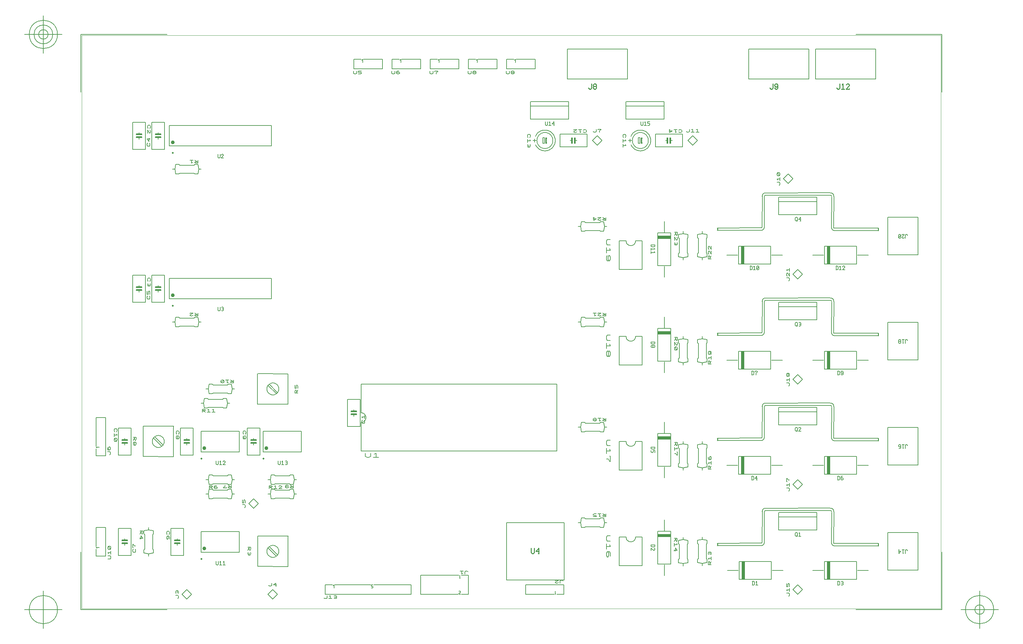
<source format=gbr>
G04 Generated by Ultiboard 14.3 *
%FSLAX35Y35*%
%MOMM*%

%ADD10C,0.00001*%
%ADD11C,0.20320*%
%ADD12C,0.15556*%
%ADD13C,0.00100*%
%ADD14C,0.20000*%
%ADD15C,0.15522*%
%ADD16C,0.20010*%
%ADD17C,0.25400*%
%ADD18C,0.22222*%
%ADD19C,0.12700*%
%ADD20C,0.00127*%
%ADD21C,1.00000*%
%ADD22C,0.50000*%


G04 ColorRGB FFFF00 for the following layer *
%LNSilkscreen Top*%
%LPD*%
G54D10*
G54D11*
X12802348Y739307D02*
X12774126Y754426D01*
X12745904Y754426D01*
X12717681Y739307D01*
X12717681Y678831D01*
X12675348Y693950D02*
X12647126Y678831D01*
X12618904Y678831D01*
X12590681Y693950D01*
X12590681Y701509D01*
X12675348Y754426D01*
X12590681Y754426D01*
X12590681Y746867D01*
X11811000Y635000D02*
X12827000Y635000D01*
X11811000Y381000D02*
X12573000Y381000D01*
X12827000Y381000D02*
X12827000Y635000D01*
X12636500Y381000D02*
X12827000Y381000D01*
X12594167Y381000D02*
X12594167Y465667D01*
X12615333Y402167D02*
X12594167Y381000D01*
X11811000Y381000D02*
X11811000Y635000D01*
X18811119Y331611D02*
X18826238Y359833D01*
X18826238Y388056D01*
X18811119Y416278D01*
X18750643Y416278D01*
X18765762Y472722D02*
X18750643Y500944D01*
X18826238Y500944D01*
X18826238Y458611D02*
X18826238Y543278D01*
X18750643Y670278D02*
X18750643Y585611D01*
X18780881Y585611D01*
X18780881Y642056D01*
X18796000Y670278D01*
X18811119Y670278D01*
X18826238Y642056D01*
X18826238Y585611D01*
X19050000Y381000D02*
X18923000Y508000D01*
X19050000Y635000D01*
X19177000Y508000D02*
X19050000Y381000D01*
X19050000Y635000D02*
X19177000Y508000D01*
X15764000Y1873207D02*
X15839595Y1873207D01*
X15839595Y1816763D01*
X15824476Y1788541D01*
X15816917Y1788541D01*
X15801798Y1816763D01*
X15801798Y1873207D01*
X15801798Y1859096D02*
X15764000Y1788541D01*
X15824476Y1732096D02*
X15839595Y1703874D01*
X15764000Y1703874D01*
X15764000Y1746207D02*
X15764000Y1661541D01*
X15794238Y1534541D02*
X15794238Y1619207D01*
X15839595Y1548652D01*
X15764000Y1548652D01*
X15764000Y1562763D02*
X15764000Y1534541D01*
X15893721Y1328518D02*
X15893721Y1709518D01*
X16105388Y1328518D02*
X16105388Y1709518D01*
X15999555Y1836518D02*
X15872555Y1815352D01*
X15872555Y1730685D02*
X15893721Y1709518D01*
X15872555Y1815352D02*
X15872555Y1730685D01*
X15999555Y1900018D02*
X15999555Y1836518D01*
X16126555Y1815352D01*
X16126555Y1730685D01*
X16105388Y1709518D01*
X15999555Y1201518D02*
X15999555Y1138018D01*
X15999555Y1201518D02*
X15872555Y1222685D01*
X15872555Y1307352D02*
X15893721Y1328518D01*
X15872555Y1222685D02*
X15872555Y1307352D01*
X15999555Y1201518D02*
X16126555Y1222685D01*
X16126555Y1307352D02*
X16105388Y1328518D01*
X16126555Y1222685D02*
X16126555Y1307352D01*
X16745555Y1169811D02*
X16669960Y1169811D01*
X16669960Y1226256D01*
X16685079Y1254478D01*
X16692638Y1254478D01*
X16707757Y1226256D01*
X16707757Y1169811D01*
X16707757Y1183922D02*
X16745555Y1254478D01*
X16685079Y1310922D02*
X16669960Y1339144D01*
X16745555Y1339144D01*
X16745555Y1296811D02*
X16745555Y1381478D01*
X16677519Y1437922D02*
X16669960Y1452033D01*
X16669960Y1480256D01*
X16685079Y1508478D01*
X16700198Y1508478D01*
X16707757Y1494367D01*
X16715317Y1508478D01*
X16730436Y1508478D01*
X16745555Y1480256D01*
X16745555Y1452033D01*
X16737995Y1437922D01*
X16707757Y1452033D02*
X16707757Y1494367D01*
X16615833Y1714500D02*
X16615833Y1333500D01*
X16404167Y1714500D02*
X16404167Y1333500D01*
X16510000Y1206500D02*
X16637000Y1227667D01*
X16637000Y1312333D02*
X16615833Y1333500D01*
X16637000Y1227667D02*
X16637000Y1312333D01*
X16510000Y1143000D02*
X16510000Y1206500D01*
X16383000Y1227667D01*
X16383000Y1312333D01*
X16404167Y1333500D01*
X16510000Y1841500D02*
X16510000Y1905000D01*
X16510000Y1841500D02*
X16637000Y1820333D01*
X16637000Y1735667D02*
X16615833Y1714500D01*
X16637000Y1820333D02*
X16637000Y1735667D01*
X16510000Y1841500D02*
X16383000Y1820333D01*
X16383000Y1735667D02*
X16404167Y1714500D01*
X16383000Y1820333D02*
X16383000Y1735667D01*
X14060865Y1936515D02*
X13974989Y1936515D01*
X13953520Y1889478D01*
X13953520Y1842441D01*
X13974989Y1795404D01*
X14060865Y1795404D01*
X14039396Y1701330D02*
X14060865Y1654293D01*
X13953520Y1654293D01*
X13953520Y1724848D02*
X13953520Y1583737D01*
X14060865Y1395589D02*
X14060865Y1466144D01*
X14039396Y1513181D01*
X13996458Y1513181D01*
X13974989Y1513181D01*
X13953520Y1466144D01*
X13953520Y1419107D01*
X13974989Y1372070D01*
X13996458Y1372070D01*
X14017927Y1419107D01*
X14017927Y1466144D01*
X13996458Y1513181D01*
X14300200Y1143000D02*
X14300200Y1905000D01*
X14909800Y1905000D02*
X14909800Y1143000D01*
X14478000Y1905000D02*
X14300200Y1905000D01*
X14732000Y1905000D02*
X14909800Y1905000D01*
X14909800Y1143000D02*
X14300200Y1143000D01*
X14478000Y1905000D02*
X14478483Y1893931D01*
X14479929Y1882947D01*
X14482327Y1872130D01*
X14485659Y1861563D01*
X14489899Y1851327D01*
X14495015Y1841500D01*
X14500968Y1832156D01*
X14507712Y1823366D01*
X14515197Y1815197D01*
X14523366Y1807712D01*
X14532156Y1800968D01*
X14541500Y1795015D01*
X14551328Y1789899D01*
X14561564Y1785659D01*
X14572130Y1782327D01*
X14582947Y1779929D01*
X14593931Y1778483D01*
X14605000Y1778000D01*
X14616069Y1778483D01*
X14627053Y1779929D01*
X14637870Y1782327D01*
X14648437Y1785659D01*
X14658673Y1789899D01*
X14668500Y1795015D01*
X14677844Y1800968D01*
X14686634Y1807712D01*
X14694803Y1815197D01*
X14702288Y1823366D01*
X14709032Y1832156D01*
X14714985Y1841500D01*
X14720101Y1851328D01*
X14724341Y1861564D01*
X14727673Y1872130D01*
X14730071Y1882947D01*
X14731517Y1893931D01*
X14732000Y1905000D01*
X22244000Y2024000D02*
X21444000Y2024000D01*
X21444000Y1024000D01*
X22244000Y1024000D01*
X22244000Y2024000D01*
X19557840Y2438400D02*
X18545500Y2438500D01*
X19557840Y2095500D02*
X18543500Y2095500D01*
X18544500Y2558000D02*
X19557840Y2557840D01*
X18542160Y2425700D02*
X18542160Y2095500D01*
X18542160Y2557840D02*
X18542160Y2418140D01*
X19557840Y2557840D02*
X19557840Y2418140D01*
X16906240Y1676400D02*
X18072947Y1678093D01*
X16907933Y1738207D02*
X18074640Y1742440D01*
X19946620Y1754294D02*
X19954240Y2567940D01*
X19999963Y1755140D02*
X20000044Y1753295D01*
X20000285Y1751465D01*
X20000685Y1749662D01*
X20001240Y1747901D01*
X20001947Y1746195D01*
X20002799Y1744557D01*
X20003791Y1742999D01*
X20004915Y1741534D01*
X20006163Y1740173D01*
X20007524Y1738926D01*
X20008989Y1737801D01*
X20010547Y1736809D01*
X20012185Y1735957D01*
X20013891Y1735250D01*
X20015652Y1734695D01*
X20017454Y1734295D01*
X20019285Y1734054D01*
X20021130Y1733973D01*
X20021130Y1733973D01*
X19945773Y1752600D02*
X19946096Y1745221D01*
X19947060Y1737898D01*
X19948658Y1730687D01*
X19950879Y1723642D01*
X19953706Y1716818D01*
X19957117Y1710267D01*
X19961085Y1704037D01*
X19965582Y1698177D01*
X19970572Y1692732D01*
X19976017Y1687742D01*
X19981877Y1683245D01*
X19988107Y1679277D01*
X19994658Y1675866D01*
X20001482Y1673039D01*
X20008527Y1670818D01*
X20015738Y1669220D01*
X20023061Y1668256D01*
X20030440Y1667933D01*
X20030440Y1667933D01*
X21193760Y1732280D02*
X20021127Y1733973D01*
X20030440Y1671320D02*
X21193760Y1668780D01*
X18102580Y2586567D02*
X18094960Y1762760D01*
X18161000Y2576407D02*
X18158460Y1762760D01*
X20007580Y2586567D02*
X19999960Y1757680D01*
X18186400Y2607733D02*
X19926300Y2608580D01*
X19913600Y2672080D02*
X18186400Y2671233D01*
X18186400Y2671237D02*
X18179021Y2670915D01*
X18171698Y2669950D01*
X18164487Y2668352D01*
X18157442Y2666131D01*
X18150618Y2663304D01*
X18144067Y2659894D01*
X18137837Y2655925D01*
X18131977Y2651429D01*
X18126532Y2646438D01*
X18121542Y2640993D01*
X18117045Y2635133D01*
X18113077Y2628903D01*
X18109666Y2622352D01*
X18106839Y2615528D01*
X18104618Y2608483D01*
X18103020Y2601272D01*
X18102055Y2593949D01*
X18101733Y2586570D01*
X18101733Y2586570D01*
X18186400Y2607737D02*
X18184555Y2607656D01*
X18182725Y2607415D01*
X18180922Y2607015D01*
X18179161Y2606460D01*
X18177455Y2605754D01*
X18175817Y2604901D01*
X18174259Y2603909D01*
X18172794Y2602785D01*
X18171433Y2601537D01*
X18170185Y2600176D01*
X18169061Y2598711D01*
X18168069Y2597153D01*
X18167216Y2595516D01*
X18166510Y2593810D01*
X18165955Y2592048D01*
X18165555Y2590246D01*
X18165314Y2588415D01*
X18165233Y2586570D01*
X18165233Y2586570D01*
X18072950Y1678093D02*
X18080329Y1678415D01*
X18087652Y1679380D01*
X18094863Y1680978D01*
X18101908Y1683199D01*
X18108732Y1686026D01*
X18115283Y1689437D01*
X18121513Y1693405D01*
X18127373Y1697902D01*
X18132818Y1702892D01*
X18137809Y1708337D01*
X18142305Y1714197D01*
X18146274Y1720427D01*
X18149684Y1726978D01*
X18152511Y1733802D01*
X18154732Y1740847D01*
X18156330Y1748058D01*
X18157295Y1755381D01*
X18157617Y1762760D01*
X18157617Y1762760D01*
X18072950Y1741593D02*
X18074795Y1741674D01*
X18076626Y1741915D01*
X18078428Y1742315D01*
X18080190Y1742870D01*
X18081896Y1743576D01*
X18083533Y1744429D01*
X18085091Y1745421D01*
X18086556Y1746545D01*
X18087917Y1747793D01*
X18089165Y1749154D01*
X18090289Y1750619D01*
X18091281Y1752177D01*
X18092134Y1753815D01*
X18092840Y1755521D01*
X18093395Y1757282D01*
X18093795Y1759085D01*
X18094036Y1760915D01*
X18094117Y1762760D01*
X20005887Y2585720D02*
X20005565Y2593099D01*
X20004600Y2600422D01*
X20003002Y2607633D01*
X20000781Y2614678D01*
X19997954Y2621502D01*
X19994544Y2628053D01*
X19990575Y2634283D01*
X19986078Y2640143D01*
X19981088Y2645588D01*
X19975643Y2650578D01*
X19969783Y2655075D01*
X19963553Y2659044D01*
X19957002Y2662454D01*
X19950178Y2665281D01*
X19943133Y2667502D01*
X19935922Y2669100D01*
X19928599Y2670065D01*
X19921220Y2670387D01*
X19947043Y2585720D02*
X19946963Y2587565D01*
X19946722Y2589396D01*
X19946322Y2591198D01*
X19945767Y2592959D01*
X19945060Y2594665D01*
X19944207Y2596303D01*
X19943215Y2597861D01*
X19942091Y2599326D01*
X19940844Y2600687D01*
X19939482Y2601935D01*
X19938017Y2603059D01*
X19936460Y2604051D01*
X19934822Y2604904D01*
X19933116Y2605610D01*
X19931355Y2606165D01*
X19929552Y2606565D01*
X19927721Y2606806D01*
X19925877Y2606887D01*
X18811119Y3125611D02*
X18826238Y3153833D01*
X18826238Y3182056D01*
X18811119Y3210278D01*
X18750643Y3210278D01*
X18765762Y3266722D02*
X18750643Y3294944D01*
X18826238Y3294944D01*
X18826238Y3252611D02*
X18826238Y3337278D01*
X18826238Y3421944D02*
X18788441Y3421944D01*
X18765762Y3464278D01*
X18750643Y3464278D01*
X18750643Y3379611D01*
X18765762Y3379611D01*
X19050000Y3175000D02*
X18923000Y3302000D01*
X19050000Y3429000D01*
X19177000Y3302000D02*
X19050000Y3175000D01*
X19050000Y3429000D02*
X19177000Y3302000D01*
X15766445Y4418189D02*
X15842040Y4418189D01*
X15842040Y4361745D01*
X15826921Y4333522D01*
X15819362Y4333522D01*
X15804243Y4361745D01*
X15804243Y4418189D01*
X15804243Y4404078D02*
X15766445Y4333522D01*
X15826921Y4277078D02*
X15842040Y4248856D01*
X15766445Y4248856D01*
X15766445Y4291189D02*
X15766445Y4206522D01*
X15766445Y4121856D02*
X15804243Y4121856D01*
X15826921Y4079522D01*
X15842040Y4079522D01*
X15842040Y4164189D01*
X15826921Y4164189D01*
X15896167Y3873500D02*
X15896167Y4254500D01*
X16107833Y3873500D02*
X16107833Y4254500D01*
X16002000Y4381500D02*
X15875000Y4360333D01*
X15875000Y4275667D02*
X15896167Y4254500D01*
X15875000Y4360333D02*
X15875000Y4275667D01*
X16002000Y4445000D02*
X16002000Y4381500D01*
X16129000Y4360333D01*
X16129000Y4275667D01*
X16107833Y4254500D01*
X16002000Y3746500D02*
X16002000Y3683000D01*
X16002000Y3746500D02*
X15875000Y3767667D01*
X15875000Y3852333D02*
X15896167Y3873500D01*
X15875000Y3767667D02*
X15875000Y3852333D01*
X16002000Y3746500D02*
X16129000Y3767667D01*
X16129000Y3852333D02*
X16107833Y3873500D01*
X16129000Y3767667D02*
X16129000Y3852333D01*
X16745555Y3709811D02*
X16669960Y3709811D01*
X16669960Y3766256D01*
X16685079Y3794478D01*
X16692638Y3794478D01*
X16707757Y3766256D01*
X16707757Y3709811D01*
X16707757Y3723922D02*
X16745555Y3794478D01*
X16685079Y3850922D02*
X16669960Y3879144D01*
X16745555Y3879144D01*
X16745555Y3836811D02*
X16745555Y3921478D01*
X16669960Y4034367D02*
X16669960Y3992033D01*
X16685079Y3963811D01*
X16715317Y3963811D01*
X16730436Y3963811D01*
X16745555Y3992033D01*
X16745555Y4020256D01*
X16730436Y4048478D01*
X16715317Y4048478D01*
X16700198Y4020256D01*
X16700198Y3992033D01*
X16715317Y3963811D01*
X16615833Y4254500D02*
X16615833Y3873500D01*
X16404167Y4254500D02*
X16404167Y3873500D01*
X16510000Y3746500D02*
X16637000Y3767667D01*
X16637000Y3852333D02*
X16615833Y3873500D01*
X16637000Y3767667D02*
X16637000Y3852333D01*
X16510000Y3683000D02*
X16510000Y3746500D01*
X16383000Y3767667D01*
X16383000Y3852333D01*
X16404167Y3873500D01*
X16510000Y4381500D02*
X16510000Y4445000D01*
X16510000Y4381500D02*
X16637000Y4360333D01*
X16637000Y4275667D02*
X16615833Y4254500D01*
X16637000Y4360333D02*
X16637000Y4275667D01*
X16510000Y4381500D02*
X16383000Y4360333D01*
X16383000Y4275667D02*
X16404167Y4254500D01*
X16383000Y4360333D02*
X16383000Y4275667D01*
X14060865Y4476515D02*
X13974989Y4476515D01*
X13953520Y4429478D01*
X13953520Y4382441D01*
X13974989Y4335404D01*
X14060865Y4335404D01*
X14039396Y4241330D02*
X14060865Y4194293D01*
X13953520Y4194293D01*
X13953520Y4264848D02*
X13953520Y4123737D01*
X13953520Y3982626D02*
X14007193Y3982626D01*
X14039396Y3912070D01*
X14060865Y3912070D01*
X14060865Y4053181D01*
X14039396Y4053181D01*
X14300200Y3683000D02*
X14300200Y4445000D01*
X14909800Y4445000D02*
X14909800Y3683000D01*
X14478000Y4445000D02*
X14300200Y4445000D01*
X14732000Y4445000D02*
X14909800Y4445000D01*
X14909800Y3683000D02*
X14300200Y3683000D01*
X14478000Y4445000D02*
X14478483Y4433931D01*
X14479929Y4422947D01*
X14482327Y4412130D01*
X14485659Y4401563D01*
X14489899Y4391327D01*
X14495015Y4381500D01*
X14500968Y4372156D01*
X14507712Y4363366D01*
X14515197Y4355197D01*
X14523366Y4347712D01*
X14532156Y4340968D01*
X14541500Y4335015D01*
X14551328Y4329899D01*
X14561564Y4325659D01*
X14572130Y4322327D01*
X14582947Y4319929D01*
X14593931Y4318483D01*
X14605000Y4318000D01*
X14616069Y4318483D01*
X14627053Y4319929D01*
X14637870Y4322327D01*
X14648437Y4325659D01*
X14658673Y4329899D01*
X14668500Y4335015D01*
X14677844Y4340968D01*
X14686634Y4347712D01*
X14694803Y4355197D01*
X14702288Y4363366D01*
X14709032Y4372156D01*
X14714985Y4381500D01*
X14720101Y4391328D01*
X14724341Y4401564D01*
X14727673Y4412130D01*
X14730071Y4422947D01*
X14731517Y4433931D01*
X14732000Y4445000D01*
X22244000Y4818000D02*
X21444000Y4818000D01*
X21444000Y3818000D01*
X22244000Y3818000D01*
X22244000Y4818000D01*
X19557840Y5232400D02*
X18545500Y5232500D01*
X19557840Y4889500D02*
X18543500Y4889500D01*
X18544500Y5352000D02*
X19557840Y5351840D01*
X18542160Y5219700D02*
X18542160Y4889500D01*
X18542160Y5351840D02*
X18542160Y5212140D01*
X19557840Y5351840D02*
X19557840Y5212140D01*
X16906240Y4470400D02*
X18072947Y4472093D01*
X16907933Y4532207D02*
X18074640Y4536440D01*
X19946620Y4548294D02*
X19954240Y5361940D01*
X19999963Y4549140D02*
X20000044Y4547295D01*
X20000285Y4545465D01*
X20000685Y4543662D01*
X20001240Y4541901D01*
X20001947Y4540195D01*
X20002799Y4538557D01*
X20003791Y4536999D01*
X20004915Y4535534D01*
X20006163Y4534173D01*
X20007524Y4532926D01*
X20008989Y4531801D01*
X20010547Y4530809D01*
X20012185Y4529957D01*
X20013891Y4529250D01*
X20015652Y4528695D01*
X20017454Y4528295D01*
X20019285Y4528054D01*
X20021130Y4527973D01*
X20021130Y4527973D01*
X19945773Y4546600D02*
X19946096Y4539221D01*
X19947060Y4531898D01*
X19948658Y4524687D01*
X19950879Y4517642D01*
X19953706Y4510818D01*
X19957117Y4504267D01*
X19961085Y4498037D01*
X19965582Y4492177D01*
X19970572Y4486732D01*
X19976017Y4481742D01*
X19981877Y4477245D01*
X19988107Y4473277D01*
X19994658Y4469866D01*
X20001482Y4467039D01*
X20008527Y4464818D01*
X20015738Y4463220D01*
X20023061Y4462256D01*
X20030440Y4461933D01*
X20030440Y4461933D01*
X21193760Y4526280D02*
X20021127Y4527973D01*
X20030440Y4465320D02*
X21193760Y4462780D01*
X18102580Y5380567D02*
X18094960Y4556760D01*
X18161000Y5370407D02*
X18158460Y4556760D01*
X20007580Y5380567D02*
X19999960Y4551680D01*
X18186400Y5401733D02*
X19926300Y5402580D01*
X19913600Y5466080D02*
X18186400Y5465233D01*
X18186400Y5465237D02*
X18179021Y5464915D01*
X18171698Y5463950D01*
X18164487Y5462352D01*
X18157442Y5460131D01*
X18150618Y5457304D01*
X18144067Y5453894D01*
X18137837Y5449925D01*
X18131977Y5445429D01*
X18126532Y5440438D01*
X18121542Y5434993D01*
X18117045Y5429133D01*
X18113077Y5422903D01*
X18109666Y5416352D01*
X18106839Y5409528D01*
X18104618Y5402483D01*
X18103020Y5395272D01*
X18102055Y5387949D01*
X18101733Y5380570D01*
X18101733Y5380570D01*
X18186400Y5401737D02*
X18184555Y5401656D01*
X18182725Y5401415D01*
X18180922Y5401015D01*
X18179161Y5400460D01*
X18177455Y5399754D01*
X18175817Y5398901D01*
X18174259Y5397909D01*
X18172794Y5396785D01*
X18171433Y5395537D01*
X18170185Y5394176D01*
X18169061Y5392711D01*
X18168069Y5391153D01*
X18167216Y5389516D01*
X18166510Y5387810D01*
X18165955Y5386048D01*
X18165555Y5384246D01*
X18165314Y5382415D01*
X18165233Y5380570D01*
X18165233Y5380570D01*
X18072950Y4472093D02*
X18080329Y4472415D01*
X18087652Y4473380D01*
X18094863Y4474978D01*
X18101908Y4477199D01*
X18108732Y4480026D01*
X18115283Y4483437D01*
X18121513Y4487405D01*
X18127373Y4491902D01*
X18132818Y4496892D01*
X18137809Y4502337D01*
X18142305Y4508197D01*
X18146274Y4514427D01*
X18149684Y4520978D01*
X18152511Y4527802D01*
X18154732Y4534847D01*
X18156330Y4542058D01*
X18157295Y4549381D01*
X18157617Y4556760D01*
X18072950Y4535593D02*
X18074795Y4535674D01*
X18076626Y4535915D01*
X18078428Y4536315D01*
X18080190Y4536870D01*
X18081896Y4537576D01*
X18083533Y4538429D01*
X18085091Y4539421D01*
X18086556Y4540545D01*
X18087917Y4541793D01*
X18089165Y4543154D01*
X18090289Y4544619D01*
X18091281Y4546177D01*
X18092134Y4547815D01*
X18092840Y4549521D01*
X18093395Y4551282D01*
X18093795Y4553085D01*
X18094036Y4554915D01*
X18094117Y4556760D01*
X20005887Y5379720D02*
X20005565Y5387099D01*
X20004600Y5394422D01*
X20003002Y5401633D01*
X20000781Y5408678D01*
X19997954Y5415502D01*
X19994544Y5422053D01*
X19990575Y5428283D01*
X19986078Y5434143D01*
X19981088Y5439588D01*
X19975643Y5444578D01*
X19969783Y5449075D01*
X19963553Y5453044D01*
X19957002Y5456454D01*
X19950178Y5459281D01*
X19943133Y5461502D01*
X19935922Y5463100D01*
X19928599Y5464065D01*
X19921220Y5464387D01*
X19947043Y5379720D02*
X19946963Y5381565D01*
X19946722Y5383396D01*
X19946322Y5385198D01*
X19945767Y5386959D01*
X19945060Y5388665D01*
X19944207Y5390303D01*
X19943215Y5391861D01*
X19942091Y5393326D01*
X19940844Y5394687D01*
X19939482Y5395935D01*
X19938017Y5397059D01*
X19936460Y5398051D01*
X19934822Y5398904D01*
X19933116Y5399610D01*
X19931355Y5400165D01*
X19929552Y5400565D01*
X19927721Y5400806D01*
X19925877Y5400887D01*
X18811119Y5919611D02*
X18826238Y5947833D01*
X18826238Y5976056D01*
X18811119Y6004278D01*
X18750643Y6004278D01*
X18765762Y6060722D02*
X18750643Y6088944D01*
X18826238Y6088944D01*
X18826238Y6046611D02*
X18826238Y6131278D01*
X18811119Y6173611D02*
X18826238Y6201833D01*
X18826238Y6230056D01*
X18811119Y6258278D01*
X18780881Y6258278D01*
X18765762Y6258278D01*
X18750643Y6230056D01*
X18750643Y6201833D01*
X18765762Y6173611D01*
X18780881Y6173611D01*
X18796000Y6201833D01*
X18796000Y6230056D01*
X18780881Y6258278D01*
X19050000Y5969000D02*
X18923000Y6096000D01*
X19050000Y6223000D01*
X19177000Y6096000D02*
X19050000Y5969000D01*
X19050000Y6223000D02*
X19177000Y6096000D01*
X15766445Y7212189D02*
X15842040Y7212189D01*
X15842040Y7155745D01*
X15826921Y7127522D01*
X15819362Y7127522D01*
X15804243Y7155745D01*
X15804243Y7212189D01*
X15804243Y7198078D02*
X15766445Y7127522D01*
X15826921Y7085189D02*
X15842040Y7056967D01*
X15842040Y7028745D01*
X15826921Y7000522D01*
X15819362Y7000522D01*
X15766445Y7085189D01*
X15766445Y7000522D01*
X15774005Y7000522D01*
X15826921Y6958189D02*
X15842040Y6929967D01*
X15842040Y6901745D01*
X15826921Y6873522D01*
X15781564Y6873522D01*
X15766445Y6901745D01*
X15766445Y6929967D01*
X15781564Y6958189D01*
X15826921Y6958189D01*
X15826921Y6873522D02*
X15781564Y6958189D01*
X15896167Y6667500D02*
X15896167Y7048500D01*
X16107833Y6667500D02*
X16107833Y7048500D01*
X16002000Y7175500D02*
X15875000Y7154333D01*
X15875000Y7069667D02*
X15896167Y7048500D01*
X15875000Y7154333D02*
X15875000Y7069667D01*
X16002000Y7239000D02*
X16002000Y7175500D01*
X16129000Y7154333D01*
X16129000Y7069667D01*
X16107833Y7048500D01*
X16002000Y6540500D02*
X16002000Y6477000D01*
X16002000Y6540500D02*
X15875000Y6561667D01*
X15875000Y6646333D02*
X15896167Y6667500D01*
X15875000Y6561667D02*
X15875000Y6646333D01*
X16002000Y6540500D02*
X16129000Y6561667D01*
X16129000Y6646333D02*
X16107833Y6667500D01*
X16129000Y6561667D02*
X16129000Y6646333D01*
X16745555Y6503811D02*
X16669960Y6503811D01*
X16669960Y6560256D01*
X16685079Y6588478D01*
X16692638Y6588478D01*
X16707757Y6560256D01*
X16707757Y6503811D01*
X16707757Y6517922D02*
X16745555Y6588478D01*
X16685079Y6644922D02*
X16669960Y6673144D01*
X16745555Y6673144D01*
X16745555Y6630811D02*
X16745555Y6715478D01*
X16730436Y6757811D02*
X16745555Y6786033D01*
X16745555Y6814256D01*
X16730436Y6842478D01*
X16700198Y6842478D01*
X16685079Y6842478D01*
X16669960Y6814256D01*
X16669960Y6786033D01*
X16685079Y6757811D01*
X16700198Y6757811D01*
X16715317Y6786033D01*
X16715317Y6814256D01*
X16700198Y6842478D01*
X16615833Y7048500D02*
X16615833Y6667500D01*
X16404167Y7048500D02*
X16404167Y6667500D01*
X16510000Y6540500D02*
X16637000Y6561667D01*
X16637000Y6646333D02*
X16615833Y6667500D01*
X16637000Y6561667D02*
X16637000Y6646333D01*
X16510000Y6477000D02*
X16510000Y6540500D01*
X16383000Y6561667D01*
X16383000Y6646333D01*
X16404167Y6667500D01*
X16510000Y7175500D02*
X16510000Y7239000D01*
X16510000Y7175500D02*
X16637000Y7154333D01*
X16637000Y7069667D02*
X16615833Y7048500D01*
X16637000Y7154333D02*
X16637000Y7069667D01*
X16510000Y7175500D02*
X16383000Y7154333D01*
X16383000Y7069667D02*
X16404167Y7048500D01*
X16383000Y7154333D02*
X16383000Y7069667D01*
X14060865Y7270515D02*
X13974989Y7270515D01*
X13953520Y7223478D01*
X13953520Y7176441D01*
X13974989Y7129404D01*
X14060865Y7129404D01*
X14039396Y7035330D02*
X14060865Y6988293D01*
X13953520Y6988293D01*
X13953520Y7058848D02*
X13953520Y6917737D01*
X13953520Y6753107D02*
X13953520Y6800144D01*
X13974989Y6847181D01*
X13996458Y6847181D01*
X14007193Y6823663D01*
X14017927Y6847181D01*
X14039396Y6847181D01*
X14060865Y6800144D01*
X14060865Y6753107D01*
X14039396Y6706070D01*
X14017927Y6706070D01*
X14007193Y6729589D01*
X13996458Y6706070D01*
X13974989Y6706070D01*
X13953520Y6753107D01*
X14007193Y6823663D02*
X14007193Y6729589D01*
X14300200Y6477000D02*
X14300200Y7239000D01*
X14909800Y7239000D02*
X14909800Y6477000D01*
X14478000Y7239000D02*
X14300200Y7239000D01*
X14732000Y7239000D02*
X14909800Y7239000D01*
X14909800Y6477000D02*
X14300200Y6477000D01*
X14478000Y7239000D02*
X14478483Y7227931D01*
X14479929Y7216947D01*
X14482327Y7206130D01*
X14485659Y7195563D01*
X14489899Y7185327D01*
X14495015Y7175500D01*
X14500968Y7166156D01*
X14507712Y7157366D01*
X14515197Y7149197D01*
X14523366Y7141712D01*
X14532156Y7134968D01*
X14541500Y7129015D01*
X14551328Y7123899D01*
X14561564Y7119659D01*
X14572130Y7116327D01*
X14582947Y7113929D01*
X14593931Y7112483D01*
X14605000Y7112000D01*
X14616069Y7112483D01*
X14627053Y7113929D01*
X14637870Y7116327D01*
X14648437Y7119659D01*
X14658673Y7123899D01*
X14668500Y7129015D01*
X14677844Y7134968D01*
X14686634Y7141712D01*
X14694803Y7149197D01*
X14702288Y7157366D01*
X14709032Y7166156D01*
X14714985Y7175500D01*
X14720101Y7185328D01*
X14724341Y7195564D01*
X14727673Y7206130D01*
X14730071Y7216947D01*
X14731517Y7227931D01*
X14732000Y7239000D01*
X22244000Y7612000D02*
X21444000Y7612000D01*
X21444000Y6612000D01*
X22244000Y6612000D01*
X22244000Y7612000D01*
X19557840Y8026400D02*
X18545500Y8026500D01*
X19557840Y7683500D02*
X18543500Y7683500D01*
X18544500Y8146000D02*
X19557840Y8145840D01*
X18542160Y8013700D02*
X18542160Y7683500D01*
X18542160Y8145840D02*
X18542160Y8006140D01*
X19557840Y8145840D02*
X19557840Y8006140D01*
X16906240Y7264400D02*
X18072947Y7266093D01*
X16907933Y7326207D02*
X18074640Y7330440D01*
X19946620Y7342294D02*
X19954240Y8155940D01*
X19999963Y7343140D02*
X20000044Y7341295D01*
X20000285Y7339465D01*
X20000685Y7337662D01*
X20001240Y7335901D01*
X20001947Y7334195D01*
X20002799Y7332557D01*
X20003791Y7330999D01*
X20004915Y7329534D01*
X20006163Y7328173D01*
X20007524Y7326926D01*
X20008989Y7325801D01*
X20010547Y7324809D01*
X20012185Y7323957D01*
X20013891Y7323250D01*
X20015652Y7322695D01*
X20017454Y7322295D01*
X20019285Y7322054D01*
X20021130Y7321973D01*
X20021130Y7321973D01*
X19945773Y7340600D02*
X19946096Y7333221D01*
X19947060Y7325898D01*
X19948658Y7318687D01*
X19950879Y7311642D01*
X19953706Y7304818D01*
X19957117Y7298267D01*
X19961085Y7292037D01*
X19965582Y7286177D01*
X19970572Y7280732D01*
X19976017Y7275742D01*
X19981877Y7271245D01*
X19988107Y7267277D01*
X19994658Y7263866D01*
X20001482Y7261039D01*
X20008527Y7258818D01*
X20015738Y7257220D01*
X20023061Y7256256D01*
X20030440Y7255933D01*
X20030440Y7255933D01*
X21193760Y7320280D02*
X20021127Y7321973D01*
X20030440Y7259320D02*
X21193760Y7256780D01*
X18102580Y8174567D02*
X18094960Y7350760D01*
X18161000Y8164407D02*
X18158460Y7350760D01*
X20007580Y8174567D02*
X19999960Y7345680D01*
X18186400Y8195733D02*
X19926300Y8196580D01*
X19913600Y8260080D02*
X18186400Y8259233D01*
X18186400Y8259237D02*
X18179021Y8258915D01*
X18171698Y8257950D01*
X18164487Y8256352D01*
X18157442Y8254131D01*
X18150618Y8251304D01*
X18144067Y8247894D01*
X18137837Y8243925D01*
X18131977Y8239429D01*
X18126532Y8234438D01*
X18121542Y8228993D01*
X18117045Y8223133D01*
X18113077Y8216903D01*
X18109666Y8210352D01*
X18106839Y8203528D01*
X18104618Y8196483D01*
X18103020Y8189272D01*
X18102055Y8181949D01*
X18101733Y8174570D01*
X18101733Y8174570D01*
X18186400Y8195737D02*
X18184555Y8195656D01*
X18182725Y8195415D01*
X18180922Y8195015D01*
X18179161Y8194460D01*
X18177455Y8193754D01*
X18175817Y8192901D01*
X18174259Y8191909D01*
X18172794Y8190785D01*
X18171433Y8189537D01*
X18170185Y8188176D01*
X18169061Y8186711D01*
X18168069Y8185153D01*
X18167216Y8183516D01*
X18166510Y8181810D01*
X18165955Y8180048D01*
X18165555Y8178246D01*
X18165314Y8176415D01*
X18165233Y8174570D01*
X18165233Y8174570D01*
X18072950Y7266093D02*
X18080329Y7266415D01*
X18087652Y7267380D01*
X18094863Y7268978D01*
X18101908Y7271199D01*
X18108732Y7274026D01*
X18115283Y7277437D01*
X18121513Y7281405D01*
X18127373Y7285902D01*
X18132818Y7290892D01*
X18137809Y7296337D01*
X18142305Y7302197D01*
X18146274Y7308427D01*
X18149684Y7314978D01*
X18152511Y7321802D01*
X18154732Y7328847D01*
X18156330Y7336058D01*
X18157295Y7343381D01*
X18157617Y7350760D01*
X18072950Y7329593D02*
X18074795Y7329674D01*
X18076626Y7329915D01*
X18078428Y7330315D01*
X18080190Y7330870D01*
X18081896Y7331576D01*
X18083533Y7332429D01*
X18085091Y7333421D01*
X18086556Y7334545D01*
X18087917Y7335793D01*
X18089165Y7337154D01*
X18090289Y7338619D01*
X18091281Y7340177D01*
X18092134Y7341815D01*
X18092840Y7343521D01*
X18093395Y7345282D01*
X18093795Y7347085D01*
X18094036Y7348915D01*
X18094117Y7350760D01*
X20005887Y8173720D02*
X20005565Y8181099D01*
X20004600Y8188422D01*
X20003002Y8195633D01*
X20000781Y8202678D01*
X19997954Y8209502D01*
X19994544Y8216053D01*
X19990575Y8222283D01*
X19986078Y8228143D01*
X19981088Y8233588D01*
X19975643Y8238578D01*
X19969783Y8243075D01*
X19963553Y8247044D01*
X19957002Y8250454D01*
X19950178Y8253281D01*
X19943133Y8255502D01*
X19935922Y8257100D01*
X19928599Y8258065D01*
X19921220Y8258387D01*
X19947043Y8173720D02*
X19946963Y8175565D01*
X19946722Y8177396D01*
X19946322Y8179198D01*
X19945767Y8180959D01*
X19945060Y8182665D01*
X19944207Y8184303D01*
X19943215Y8185861D01*
X19942091Y8187326D01*
X19940844Y8188687D01*
X19939482Y8189935D01*
X19938017Y8191059D01*
X19936460Y8192051D01*
X19934822Y8192904D01*
X19933116Y8193610D01*
X19931355Y8194165D01*
X19929552Y8194565D01*
X19927721Y8194806D01*
X19925877Y8194887D01*
X18811119Y8713611D02*
X18826238Y8741833D01*
X18826238Y8770056D01*
X18811119Y8798278D01*
X18750643Y8798278D01*
X18765762Y8840611D02*
X18750643Y8868833D01*
X18750643Y8897056D01*
X18765762Y8925278D01*
X18773321Y8925278D01*
X18826238Y8840611D01*
X18826238Y8925278D01*
X18818679Y8925278D01*
X18765762Y8981722D02*
X18750643Y9009944D01*
X18826238Y9009944D01*
X18826238Y8967611D02*
X18826238Y9052278D01*
X19050000Y8763000D02*
X18923000Y8890000D01*
X19050000Y9017000D01*
X19177000Y8890000D02*
X19050000Y8763000D01*
X19050000Y9017000D02*
X19177000Y8890000D01*
X14060865Y9810515D02*
X13974989Y9810515D01*
X13953520Y9763478D01*
X13953520Y9716441D01*
X13974989Y9669404D01*
X14060865Y9669404D01*
X14039396Y9575330D02*
X14060865Y9528293D01*
X13953520Y9528293D01*
X13953520Y9598848D02*
X13953520Y9457737D01*
X13974989Y9387181D02*
X13953520Y9340144D01*
X13953520Y9293107D01*
X13974989Y9246070D01*
X14017927Y9246070D01*
X14039396Y9246070D01*
X14060865Y9293107D01*
X14060865Y9340144D01*
X14039396Y9387181D01*
X14017927Y9387181D01*
X13996458Y9340144D01*
X13996458Y9293107D01*
X14017927Y9246070D01*
X14300200Y9017000D02*
X14300200Y9779000D01*
X14909800Y9779000D02*
X14909800Y9017000D01*
X14478000Y9779000D02*
X14300200Y9779000D01*
X14732000Y9779000D02*
X14909800Y9779000D01*
X14909800Y9017000D02*
X14300200Y9017000D01*
X14478000Y9779000D02*
X14478483Y9767931D01*
X14479929Y9756947D01*
X14482327Y9746130D01*
X14485659Y9735563D01*
X14489899Y9725327D01*
X14495015Y9715500D01*
X14500968Y9706156D01*
X14507712Y9697366D01*
X14515197Y9689197D01*
X14523366Y9681712D01*
X14532156Y9674968D01*
X14541500Y9669015D01*
X14551328Y9663899D01*
X14561564Y9659659D01*
X14572130Y9656327D01*
X14582947Y9653929D01*
X14593931Y9652483D01*
X14605000Y9652000D01*
X14616069Y9652483D01*
X14627053Y9653929D01*
X14637870Y9656327D01*
X14648437Y9659659D01*
X14658673Y9663899D01*
X14668500Y9669015D01*
X14677844Y9674968D01*
X14686634Y9681712D01*
X14694803Y9689197D01*
X14702288Y9697366D01*
X14709032Y9706156D01*
X14714985Y9715500D01*
X14720101Y9725328D01*
X14724341Y9735564D01*
X14727673Y9746130D01*
X14730071Y9756947D01*
X14731517Y9767931D01*
X14732000Y9779000D01*
X15766445Y10006189D02*
X15842040Y10006189D01*
X15842040Y9949745D01*
X15826921Y9921522D01*
X15819362Y9921522D01*
X15804243Y9949745D01*
X15804243Y10006189D01*
X15804243Y9992078D02*
X15766445Y9921522D01*
X15826921Y9879189D02*
X15842040Y9850967D01*
X15842040Y9822745D01*
X15826921Y9794522D01*
X15819362Y9794522D01*
X15766445Y9879189D01*
X15766445Y9794522D01*
X15774005Y9794522D01*
X15834481Y9738078D02*
X15842040Y9723967D01*
X15842040Y9695745D01*
X15826921Y9667522D01*
X15811802Y9667522D01*
X15804243Y9681633D01*
X15796683Y9667522D01*
X15781564Y9667522D01*
X15766445Y9695745D01*
X15766445Y9723967D01*
X15774005Y9738078D01*
X15804243Y9723967D02*
X15804243Y9681633D01*
X15896167Y9461500D02*
X15896167Y9842500D01*
X16107833Y9461500D02*
X16107833Y9842500D01*
X16002000Y9969500D02*
X15875000Y9948333D01*
X15875000Y9863667D02*
X15896167Y9842500D01*
X15875000Y9948333D02*
X15875000Y9863667D01*
X16002000Y10033000D02*
X16002000Y9969500D01*
X16129000Y9948333D01*
X16129000Y9863667D01*
X16107833Y9842500D01*
X16002000Y9334500D02*
X16002000Y9271000D01*
X16002000Y9334500D02*
X15875000Y9355667D01*
X15875000Y9440333D02*
X15896167Y9461500D01*
X15875000Y9355667D02*
X15875000Y9440333D01*
X16002000Y9334500D02*
X16129000Y9355667D01*
X16129000Y9440333D02*
X16107833Y9461500D01*
X16129000Y9355667D02*
X16129000Y9440333D01*
X16745555Y9297811D02*
X16669960Y9297811D01*
X16669960Y9354256D01*
X16685079Y9382478D01*
X16692638Y9382478D01*
X16707757Y9354256D01*
X16707757Y9297811D01*
X16707757Y9311922D02*
X16745555Y9382478D01*
X16685079Y9424811D02*
X16669960Y9453033D01*
X16669960Y9481256D01*
X16685079Y9509478D01*
X16692638Y9509478D01*
X16745555Y9424811D01*
X16745555Y9509478D01*
X16737995Y9509478D01*
X16685079Y9551811D02*
X16669960Y9580033D01*
X16669960Y9608256D01*
X16685079Y9636478D01*
X16692638Y9636478D01*
X16745555Y9551811D01*
X16745555Y9636478D01*
X16737995Y9636478D01*
X16615833Y9842500D02*
X16615833Y9461500D01*
X16404167Y9842500D02*
X16404167Y9461500D01*
X16510000Y9334500D02*
X16637000Y9355667D01*
X16637000Y9440333D02*
X16615833Y9461500D01*
X16637000Y9355667D02*
X16637000Y9440333D01*
X16510000Y9271000D02*
X16510000Y9334500D01*
X16383000Y9355667D01*
X16383000Y9440333D01*
X16404167Y9461500D01*
X16510000Y9969500D02*
X16510000Y10033000D01*
X16510000Y9969500D02*
X16637000Y9948333D01*
X16637000Y9863667D02*
X16615833Y9842500D01*
X16637000Y9948333D02*
X16637000Y9863667D01*
X16510000Y9969500D02*
X16383000Y9948333D01*
X16383000Y9863667D02*
X16404167Y9842500D01*
X16383000Y9948333D02*
X16383000Y9863667D01*
X22244000Y10406000D02*
X21444000Y10406000D01*
X21444000Y9406000D01*
X22244000Y9406000D01*
X22244000Y10406000D01*
X19557840Y10820400D02*
X18545500Y10820500D01*
X19557840Y10477500D02*
X18543500Y10477500D01*
X18544500Y10940000D02*
X19557840Y10939840D01*
X18542160Y10807700D02*
X18542160Y10477500D01*
X18542160Y10939840D02*
X18542160Y10800140D01*
X19557840Y10939840D02*
X19557840Y10800140D01*
X16906240Y10058400D02*
X18072947Y10060093D01*
X16907933Y10120207D02*
X18074640Y10124440D01*
X19946620Y10136294D02*
X19954240Y10949940D01*
X19999963Y10137140D02*
X20000044Y10135295D01*
X20000285Y10133465D01*
X20000685Y10131662D01*
X20001240Y10129901D01*
X20001947Y10128195D01*
X20002799Y10126557D01*
X20003791Y10124999D01*
X20004915Y10123534D01*
X20006163Y10122173D01*
X20007524Y10120926D01*
X20008989Y10119801D01*
X20010547Y10118809D01*
X20012185Y10117957D01*
X20013891Y10117250D01*
X20015652Y10116695D01*
X20017454Y10116295D01*
X20019285Y10116054D01*
X20021130Y10115973D01*
X20021130Y10115973D01*
X19945773Y10134600D02*
X19946096Y10127221D01*
X19947060Y10119898D01*
X19948658Y10112687D01*
X19950879Y10105642D01*
X19953706Y10098818D01*
X19957117Y10092267D01*
X19961085Y10086037D01*
X19965582Y10080177D01*
X19970572Y10074732D01*
X19976017Y10069742D01*
X19981877Y10065245D01*
X19988107Y10061277D01*
X19994658Y10057866D01*
X20001482Y10055039D01*
X20008527Y10052818D01*
X20015738Y10051220D01*
X20023061Y10050256D01*
X20030440Y10049933D01*
X20030440Y10049933D01*
X21193760Y10114280D02*
X20021127Y10115973D01*
X20030440Y10053320D02*
X21193760Y10050780D01*
X18102580Y10968567D02*
X18094960Y10144760D01*
X18161000Y10958407D02*
X18158460Y10144760D01*
X20007580Y10968567D02*
X19999960Y10139680D01*
X18186400Y10989733D02*
X19926300Y10990580D01*
X19913600Y11054080D02*
X18186400Y11053233D01*
X18186400Y11053237D02*
X18179021Y11052915D01*
X18171698Y11051950D01*
X18164487Y11050352D01*
X18157442Y11048131D01*
X18150618Y11045304D01*
X18144067Y11041894D01*
X18137837Y11037925D01*
X18131977Y11033429D01*
X18126532Y11028438D01*
X18121542Y11022993D01*
X18117045Y11017133D01*
X18113077Y11010903D01*
X18109666Y11004352D01*
X18106839Y10997528D01*
X18104618Y10990483D01*
X18103020Y10983272D01*
X18102055Y10975949D01*
X18101733Y10968570D01*
X18101733Y10968570D01*
X18186400Y10989737D02*
X18184555Y10989656D01*
X18182725Y10989415D01*
X18180922Y10989015D01*
X18179161Y10988460D01*
X18177455Y10987754D01*
X18175817Y10986901D01*
X18174259Y10985909D01*
X18172794Y10984785D01*
X18171433Y10983537D01*
X18170185Y10982176D01*
X18169061Y10980711D01*
X18168069Y10979153D01*
X18167216Y10977516D01*
X18166510Y10975810D01*
X18165955Y10974048D01*
X18165555Y10972246D01*
X18165314Y10970415D01*
X18165233Y10968570D01*
X18165233Y10968570D01*
X18072950Y10060093D02*
X18080329Y10060415D01*
X18087652Y10061380D01*
X18094863Y10062978D01*
X18101908Y10065199D01*
X18108732Y10068026D01*
X18115283Y10071437D01*
X18121513Y10075405D01*
X18127373Y10079902D01*
X18132818Y10084892D01*
X18137809Y10090337D01*
X18142305Y10096197D01*
X18146274Y10102427D01*
X18149684Y10108978D01*
X18152511Y10115802D01*
X18154732Y10122847D01*
X18156330Y10130058D01*
X18157295Y10137381D01*
X18157617Y10144760D01*
X18072950Y10123593D02*
X18074795Y10123674D01*
X18076626Y10123915D01*
X18078428Y10124315D01*
X18080190Y10124870D01*
X18081896Y10125576D01*
X18083533Y10126429D01*
X18085091Y10127421D01*
X18086556Y10128545D01*
X18087917Y10129793D01*
X18089165Y10131154D01*
X18090289Y10132619D01*
X18091281Y10134177D01*
X18092134Y10135815D01*
X18092840Y10137521D01*
X18093395Y10139282D01*
X18093795Y10141085D01*
X18094036Y10142915D01*
X18094117Y10144760D01*
X20005887Y10967720D02*
X20005565Y10975099D01*
X20004600Y10982422D01*
X20003002Y10989633D01*
X20000781Y10996678D01*
X19997954Y11003502D01*
X19994544Y11010053D01*
X19990575Y11016283D01*
X19986078Y11022143D01*
X19981088Y11027588D01*
X19975643Y11032578D01*
X19969783Y11037075D01*
X19963553Y11041044D01*
X19957002Y11044454D01*
X19950178Y11047281D01*
X19943133Y11049502D01*
X19935922Y11051100D01*
X19928599Y11052065D01*
X19921220Y11052387D01*
X19947043Y10967720D02*
X19946963Y10969565D01*
X19946722Y10971396D01*
X19946322Y10973198D01*
X19945767Y10974959D01*
X19945060Y10976665D01*
X19944207Y10978303D01*
X19943215Y10979861D01*
X19942091Y10981326D01*
X19940844Y10982687D01*
X19939482Y10983935D01*
X19938017Y10985059D01*
X19936460Y10986051D01*
X19934822Y10986904D01*
X19933116Y10987610D01*
X19931355Y10988165D01*
X19929552Y10988565D01*
X19927721Y10988806D01*
X19925877Y10988887D01*
X18557119Y11253611D02*
X18572238Y11281833D01*
X18572238Y11310056D01*
X18557119Y11338278D01*
X18496643Y11338278D01*
X18511762Y11394722D02*
X18496643Y11422944D01*
X18572238Y11422944D01*
X18572238Y11380611D02*
X18572238Y11465278D01*
X18511762Y11507611D02*
X18496643Y11535833D01*
X18496643Y11564056D01*
X18511762Y11592278D01*
X18557119Y11592278D01*
X18572238Y11564056D01*
X18572238Y11535833D01*
X18557119Y11507611D01*
X18511762Y11507611D01*
X18511762Y11592278D02*
X18557119Y11507611D01*
X18796000Y11303000D02*
X18669000Y11430000D01*
X18796000Y11557000D01*
X18923000Y11430000D02*
X18796000Y11303000D01*
X18796000Y11557000D02*
X18923000Y11430000D01*
X693360Y1322211D02*
X753836Y1322211D01*
X768955Y1350433D01*
X768955Y1378656D01*
X753836Y1406878D01*
X693360Y1406878D01*
X708479Y1463322D02*
X693360Y1491544D01*
X768955Y1491544D01*
X768955Y1449211D02*
X768955Y1533878D01*
X708479Y1576211D02*
X693360Y1604433D01*
X693360Y1632656D01*
X708479Y1660878D01*
X753836Y1660878D01*
X768955Y1632656D01*
X768955Y1604433D01*
X753836Y1576211D01*
X708479Y1576211D01*
X708479Y1660878D02*
X753836Y1576211D01*
X381000Y1397000D02*
X635000Y1397000D01*
X381000Y2159000D02*
X635000Y2159000D01*
X381000Y2159000D02*
X381000Y1651000D01*
X381000Y1587500D02*
X381000Y1397000D01*
X381000Y1629833D02*
X465667Y1629833D01*
X402167Y1608667D02*
X381000Y1629833D01*
X635000Y2159000D02*
X635000Y1397000D01*
X2268764Y1971322D02*
X2253645Y1999545D01*
X2253645Y2027767D01*
X2268764Y2055989D01*
X2314121Y2055989D01*
X2329240Y2027767D01*
X2329240Y1999545D01*
X2314121Y1971322D01*
X2329240Y1858433D02*
X2329240Y1900767D01*
X2314121Y1928989D01*
X2283883Y1928989D01*
X2268764Y1928989D01*
X2253645Y1900767D01*
X2253645Y1872545D01*
X2268764Y1844322D01*
X2283883Y1844322D01*
X2299002Y1872545D01*
X2299002Y1900767D01*
X2283883Y1928989D01*
X2370667Y1418167D02*
X2370667Y2137833D01*
X2709333Y2137833D02*
X2709333Y1418167D01*
X2370667Y2137833D02*
X2709333Y2137833D01*
X2463800Y1803400D02*
X2616200Y1803400D01*
X2616200Y1816100D02*
X2463800Y1816100D01*
X2463800Y1828800D02*
X2616200Y1828800D01*
X2540000Y1828800D02*
X2540000Y1866900D01*
X2709333Y1418167D02*
X2370667Y1418167D01*
X2463800Y1739900D02*
X2616200Y1739900D01*
X2616200Y1752600D02*
X2463800Y1752600D01*
X2616200Y1727200D02*
X2463800Y1727200D01*
X2540000Y1727200D02*
X2540000Y1689100D01*
X1542445Y2068689D02*
X1618040Y2068689D01*
X1618040Y2012245D01*
X1602921Y1984022D01*
X1595362Y1984022D01*
X1580243Y2012245D01*
X1580243Y2068689D01*
X1580243Y2054578D02*
X1542445Y1984022D01*
X1572683Y1857022D02*
X1572683Y1941689D01*
X1618040Y1871133D01*
X1542445Y1871133D01*
X1542445Y1885245D02*
X1542445Y1857022D01*
X1672167Y1587500D02*
X1672167Y1968500D01*
X1883833Y1587500D02*
X1883833Y1968500D01*
X1778000Y2095500D02*
X1651000Y2074333D01*
X1651000Y1989667D02*
X1672167Y1968500D01*
X1651000Y2074333D02*
X1651000Y1989667D01*
X1778000Y2159000D02*
X1778000Y2095500D01*
X1905000Y2074333D01*
X1905000Y1989667D01*
X1883833Y1968500D01*
X1778000Y1460500D02*
X1778000Y1397000D01*
X1778000Y1460500D02*
X1651000Y1481667D01*
X1651000Y1566333D02*
X1672167Y1587500D01*
X1651000Y1481667D02*
X1651000Y1566333D01*
X1778000Y1460500D02*
X1905000Y1481667D01*
X1905000Y1566333D02*
X1883833Y1587500D01*
X1905000Y1481667D02*
X1905000Y1566333D01*
X1414236Y1584678D02*
X1429355Y1556456D01*
X1429355Y1528233D01*
X1414236Y1500011D01*
X1368879Y1500011D01*
X1353760Y1528233D01*
X1353760Y1556456D01*
X1368879Y1584678D01*
X1429355Y1669344D02*
X1391557Y1669344D01*
X1368879Y1711678D01*
X1353760Y1711678D01*
X1353760Y1627011D01*
X1368879Y1627011D01*
X1312333Y2137833D02*
X1312333Y1418167D01*
X973667Y1418167D02*
X973667Y2137833D01*
X1312333Y1418167D02*
X973667Y1418167D01*
X1219200Y1752600D02*
X1066800Y1752600D01*
X1066800Y1739900D02*
X1219200Y1739900D01*
X1219200Y1727200D02*
X1066800Y1727200D01*
X1143000Y1727200D02*
X1143000Y1689100D01*
X973667Y2137833D02*
X1312333Y2137833D01*
X1219200Y1816100D02*
X1066800Y1816100D01*
X1066800Y1803400D02*
X1219200Y1803400D01*
X1066800Y1828800D02*
X1219200Y1828800D01*
X1143000Y1828800D02*
X1143000Y1866900D01*
X3571956Y1260000D02*
X3571956Y1180000D01*
X3591867Y1160000D01*
X3611778Y1160000D01*
X3631689Y1180000D01*
X3631689Y1260000D01*
X3671511Y1240000D02*
X3691422Y1260000D01*
X3691422Y1160000D01*
X3661556Y1160000D02*
X3721289Y1160000D01*
X3761111Y1240000D02*
X3781022Y1260000D01*
X3781022Y1160000D01*
X3751156Y1160000D02*
X3810889Y1160000D01*
X4191000Y2053500D02*
X3175000Y2053500D01*
X3175000Y1502500D02*
X4191000Y1502500D01*
X3175000Y2053500D02*
X3175000Y1502500D01*
X4191000Y1502500D02*
X4191000Y2053500D01*
X7541918Y4129466D02*
X7541918Y4043589D01*
X7588955Y4022120D01*
X7635993Y4022120D01*
X7683030Y4043589D01*
X7683030Y4129466D01*
X7777104Y4107997D02*
X7824141Y4129466D01*
X7824141Y4022120D01*
X7753585Y4022120D02*
X7894696Y4022120D01*
X7429500Y4191000D02*
X12636500Y4191000D01*
X7429500Y5969000D02*
X12636500Y5969000D01*
X7429500Y4953000D02*
X7429500Y4191000D01*
X7429500Y5207000D02*
X7429500Y5969000D01*
X12636500Y4191000D02*
X12636500Y5969000D01*
X7429500Y4953000D02*
X7440569Y4953483D01*
X7451553Y4954929D01*
X7462370Y4957327D01*
X7472937Y4960659D01*
X7483173Y4964899D01*
X7493000Y4970015D01*
X7502344Y4975968D01*
X7511134Y4982712D01*
X7519303Y4990198D01*
X7526788Y4998366D01*
X7533532Y5007156D01*
X7539485Y5016500D01*
X7544601Y5026328D01*
X7548841Y5036564D01*
X7552173Y5047130D01*
X7554571Y5057947D01*
X7556017Y5068931D01*
X7556500Y5080000D01*
X7556017Y5091069D01*
X7554571Y5102054D01*
X7552173Y5112870D01*
X7548841Y5123437D01*
X7544601Y5133673D01*
X7539485Y5143500D01*
X7533532Y5152844D01*
X7526788Y5161634D01*
X7519302Y5169803D01*
X7511134Y5177288D01*
X7502344Y5184033D01*
X7493000Y5189985D01*
X7483172Y5195101D01*
X7472936Y5199341D01*
X7462370Y5202673D01*
X7451553Y5205071D01*
X7440569Y5206517D01*
X7429500Y5207000D01*
X7510236Y5013678D02*
X7525355Y4985456D01*
X7525355Y4957233D01*
X7510236Y4929011D01*
X7464879Y4929011D01*
X7449760Y4957233D01*
X7449760Y4985456D01*
X7464879Y5013678D01*
X7464879Y5070122D02*
X7449760Y5098344D01*
X7525355Y5098344D01*
X7525355Y5056011D02*
X7525355Y5140678D01*
X7408333Y5566833D02*
X7408333Y4847167D01*
X7069667Y4847167D02*
X7069667Y5566833D01*
X7408333Y4847167D02*
X7069667Y4847167D01*
X7315200Y5181600D02*
X7162800Y5181600D01*
X7162800Y5168900D02*
X7315200Y5168900D01*
X7315200Y5156200D02*
X7162800Y5156200D01*
X7239000Y5156200D02*
X7239000Y5118100D01*
X7069667Y5566833D02*
X7408333Y5566833D01*
X7315200Y5245100D02*
X7162800Y5245100D01*
X7162800Y5232400D02*
X7315200Y5232400D01*
X7162800Y5257800D02*
X7315200Y5257800D01*
X7239000Y5257800D02*
X7239000Y5295900D01*
X3973689Y3283555D02*
X3973689Y3207960D01*
X3917245Y3207960D01*
X3889022Y3223079D01*
X3889022Y3230638D01*
X3917245Y3245757D01*
X3973689Y3245757D01*
X3959578Y3245757D02*
X3889022Y3283555D01*
X3804356Y3283555D02*
X3804356Y3245757D01*
X3762022Y3223079D01*
X3762022Y3207960D01*
X3846689Y3207960D01*
X3846689Y3223079D01*
X3492500Y3153833D02*
X3873500Y3153833D01*
X3492500Y2942167D02*
X3873500Y2942167D01*
X4000500Y3048000D02*
X3979333Y3175000D01*
X3894667Y3175000D02*
X3873500Y3153833D01*
X3979333Y3175000D02*
X3894667Y3175000D01*
X4064000Y3048000D02*
X4000500Y3048000D01*
X3979333Y2921000D01*
X3894667Y2921000D01*
X3873500Y2942167D01*
X3365500Y3048000D02*
X3302000Y3048000D01*
X3365500Y3048000D02*
X3386667Y3175000D01*
X3471333Y3175000D02*
X3492500Y3153833D01*
X3386667Y3175000D02*
X3471333Y3175000D01*
X3365500Y3048000D02*
X3386667Y2921000D01*
X3471333Y2921000D02*
X3492500Y2942167D01*
X3386667Y2921000D02*
X3471333Y2921000D01*
X3392311Y3193445D02*
X3392311Y3269040D01*
X3448756Y3269040D01*
X3476978Y3253921D01*
X3476978Y3246362D01*
X3448756Y3231243D01*
X3392311Y3231243D01*
X3406422Y3231243D02*
X3476978Y3193445D01*
X3589867Y3269040D02*
X3547533Y3269040D01*
X3519311Y3253921D01*
X3519311Y3223683D01*
X3519311Y3208564D01*
X3547533Y3193445D01*
X3575756Y3193445D01*
X3603978Y3208564D01*
X3603978Y3223683D01*
X3575756Y3238802D01*
X3547533Y3238802D01*
X3519311Y3223683D01*
X3873500Y3323167D02*
X3492500Y3323167D01*
X3873500Y3534833D02*
X3492500Y3534833D01*
X3365500Y3429000D02*
X3386667Y3302000D01*
X3471333Y3302000D02*
X3492500Y3323167D01*
X3386667Y3302000D02*
X3471333Y3302000D01*
X3302000Y3429000D02*
X3365500Y3429000D01*
X3386667Y3556000D01*
X3471333Y3556000D01*
X3492500Y3534833D01*
X4000500Y3429000D02*
X4064000Y3429000D01*
X4000500Y3429000D02*
X3979333Y3302000D01*
X3894667Y3302000D02*
X3873500Y3323167D01*
X3979333Y3302000D02*
X3894667Y3302000D01*
X4000500Y3429000D02*
X3979333Y3556000D01*
X3894667Y3556000D02*
X3873500Y3534833D01*
X3979333Y3556000D02*
X3894667Y3556000D01*
X4979811Y3193445D02*
X4979811Y3269040D01*
X5036256Y3269040D01*
X5064478Y3253921D01*
X5064478Y3246362D01*
X5036256Y3231243D01*
X4979811Y3231243D01*
X4993922Y3231243D02*
X5064478Y3193445D01*
X5120922Y3253921D02*
X5149144Y3269040D01*
X5149144Y3193445D01*
X5106811Y3193445D02*
X5191478Y3193445D01*
X5233811Y3253921D02*
X5262033Y3269040D01*
X5290256Y3269040D01*
X5318478Y3253921D01*
X5318478Y3246362D01*
X5233811Y3193445D01*
X5318478Y3193445D01*
X5318478Y3201005D01*
X5524500Y3323167D02*
X5143500Y3323167D01*
X5524500Y3534833D02*
X5143500Y3534833D01*
X5016500Y3429000D02*
X5037667Y3302000D01*
X5122333Y3302000D02*
X5143500Y3323167D01*
X5037667Y3302000D02*
X5122333Y3302000D01*
X4953000Y3429000D02*
X5016500Y3429000D01*
X5037667Y3556000D01*
X5122333Y3556000D01*
X5143500Y3534833D01*
X5651500Y3429000D02*
X5715000Y3429000D01*
X5651500Y3429000D02*
X5630333Y3302000D01*
X5545667Y3302000D02*
X5524500Y3323167D01*
X5630333Y3302000D02*
X5545667Y3302000D01*
X5651500Y3429000D02*
X5630333Y3556000D01*
X5545667Y3556000D02*
X5524500Y3534833D01*
X5630333Y3556000D02*
X5545667Y3556000D01*
X3571956Y3927000D02*
X3571956Y3847000D01*
X3591867Y3827000D01*
X3611778Y3827000D01*
X3631689Y3847000D01*
X3631689Y3927000D01*
X3671511Y3907000D02*
X3691422Y3927000D01*
X3691422Y3827000D01*
X3661556Y3827000D02*
X3721289Y3827000D01*
X3751156Y3907000D02*
X3771067Y3927000D01*
X3790978Y3927000D01*
X3810889Y3907000D01*
X3810889Y3897000D01*
X3751156Y3827000D01*
X3810889Y3827000D01*
X3810889Y3837000D01*
X4191000Y4720500D02*
X3175000Y4720500D01*
X3175000Y4169500D02*
X4191000Y4169500D01*
X3175000Y4720500D02*
X3175000Y4169500D01*
X4191000Y4169500D02*
X4191000Y4720500D01*
X5222956Y3927000D02*
X5222956Y3847000D01*
X5242867Y3827000D01*
X5262778Y3827000D01*
X5282689Y3847000D01*
X5282689Y3927000D01*
X5322511Y3907000D02*
X5342422Y3927000D01*
X5342422Y3827000D01*
X5312556Y3827000D02*
X5372289Y3827000D01*
X5412111Y3917000D02*
X5422067Y3927000D01*
X5441978Y3927000D01*
X5461889Y3907000D01*
X5461889Y3887000D01*
X5451933Y3877000D01*
X5461889Y3867000D01*
X5461889Y3847000D01*
X5441978Y3827000D01*
X5422067Y3827000D01*
X5412111Y3837000D01*
X5422067Y3877000D02*
X5451933Y3877000D01*
X5842000Y4720500D02*
X4826000Y4720500D01*
X4826000Y4169500D02*
X5842000Y4169500D01*
X4826000Y4720500D02*
X4826000Y4169500D01*
X5842000Y4169500D02*
X5842000Y4720500D01*
X1366762Y4557889D02*
X1442357Y4557889D01*
X1442357Y4501445D01*
X1427238Y4473222D01*
X1419679Y4473222D01*
X1404560Y4501445D01*
X1404560Y4557889D01*
X1404560Y4543778D02*
X1366762Y4473222D01*
X1366762Y4374445D02*
X1366762Y4402667D01*
X1381881Y4430889D01*
X1397000Y4430889D01*
X1404560Y4416778D01*
X1412119Y4430889D01*
X1427238Y4430889D01*
X1442357Y4402667D01*
X1442357Y4374445D01*
X1427238Y4346222D01*
X1412119Y4346222D01*
X1404560Y4360333D01*
X1397000Y4346222D01*
X1381881Y4346222D01*
X1366762Y4374445D01*
X1404560Y4416778D02*
X1404560Y4360333D01*
X1905000Y4542367D02*
X2125133Y4318000D01*
X2032000Y4286250D02*
X2045836Y4286854D01*
X2059567Y4288662D01*
X2073087Y4291659D01*
X2086296Y4295824D01*
X2099091Y4301124D01*
X2111375Y4307519D01*
X2123055Y4314960D01*
X2134042Y4323391D01*
X2144253Y4332747D01*
X2153609Y4342958D01*
X2162040Y4353945D01*
X2169481Y4365625D01*
X2175876Y4377909D01*
X2181176Y4390704D01*
X2185341Y4403913D01*
X2188338Y4417433D01*
X2190146Y4431164D01*
X2190750Y4445000D01*
X2190146Y4458836D01*
X2188338Y4472567D01*
X2185341Y4486087D01*
X2181176Y4499296D01*
X2175876Y4512091D01*
X2169481Y4524375D01*
X2162040Y4536055D01*
X2153609Y4547042D01*
X2144253Y4557253D01*
X2134042Y4566609D01*
X2123055Y4575040D01*
X2111375Y4582481D01*
X2099091Y4588876D01*
X2086296Y4594176D01*
X2073087Y4598341D01*
X2059567Y4601338D01*
X2045836Y4603146D01*
X2032000Y4603750D01*
X2018164Y4603146D01*
X2004433Y4601338D01*
X1990913Y4598341D01*
X1977704Y4594176D01*
X1964909Y4588876D01*
X1952625Y4582481D01*
X1940945Y4575040D01*
X1929958Y4566609D01*
X1919747Y4557253D01*
X1910391Y4547042D01*
X1901960Y4536055D01*
X1894519Y4524375D01*
X1888124Y4512091D01*
X1882824Y4499296D01*
X1878659Y4486087D01*
X1875662Y4472567D01*
X1873854Y4458836D01*
X1873250Y4445000D01*
X1873854Y4431164D01*
X1875662Y4417433D01*
X1878659Y4403913D01*
X1882824Y4390704D01*
X1888124Y4377909D01*
X1894519Y4365625D01*
X1901960Y4353945D01*
X1910391Y4342958D01*
X1919747Y4332747D01*
X1929958Y4323391D01*
X1940945Y4314960D01*
X1952625Y4307519D01*
X1964909Y4301124D01*
X1977704Y4295824D01*
X1990913Y4291659D01*
X2004433Y4288662D01*
X2018164Y4286854D01*
X2032000Y4286250D01*
X1934633Y4572000D02*
X2159000Y4351867D01*
X2440940Y4848860D02*
X1630680Y4853940D01*
X1630680Y4047490D02*
X2428240Y4039870D01*
X2438400Y4041140D02*
X2438400Y4853940D01*
X1630680Y4853940D02*
X1630680Y4053840D01*
X739307Y4088652D02*
X754426Y4116874D01*
X754426Y4145097D01*
X739307Y4173319D01*
X678831Y4173319D01*
X678831Y4286208D02*
X678831Y4243874D01*
X693950Y4215652D01*
X724188Y4215652D01*
X739307Y4215652D01*
X754426Y4243874D01*
X754426Y4272097D01*
X739307Y4300319D01*
X724188Y4300319D01*
X709069Y4272097D01*
X709069Y4243874D01*
X724188Y4215652D01*
X635000Y5080000D02*
X635000Y4064000D01*
X381000Y5080000D02*
X381000Y4318000D01*
X381000Y4064000D02*
X635000Y4064000D01*
X381000Y4254500D02*
X381000Y4064000D01*
X381000Y4296833D02*
X465667Y4296833D01*
X402167Y4275667D02*
X381000Y4296833D01*
X381000Y5080000D02*
X635000Y5080000D01*
X871764Y4701822D02*
X856645Y4730045D01*
X856645Y4758267D01*
X871764Y4786489D01*
X917121Y4786489D01*
X932240Y4758267D01*
X932240Y4730045D01*
X917121Y4701822D01*
X917121Y4645378D02*
X932240Y4617156D01*
X856645Y4617156D01*
X856645Y4659489D02*
X856645Y4574822D01*
X917121Y4532489D02*
X932240Y4504267D01*
X932240Y4476045D01*
X917121Y4447822D01*
X871764Y4447822D01*
X856645Y4476045D01*
X856645Y4504267D01*
X871764Y4532489D01*
X917121Y4532489D01*
X917121Y4447822D02*
X871764Y4532489D01*
X973667Y4085167D02*
X973667Y4804833D01*
X1312333Y4804833D02*
X1312333Y4085167D01*
X973667Y4804833D02*
X1312333Y4804833D01*
X1066800Y4470400D02*
X1219200Y4470400D01*
X1219200Y4483100D02*
X1066800Y4483100D01*
X1066800Y4495800D02*
X1219200Y4495800D01*
X1143000Y4495800D02*
X1143000Y4533900D01*
X1312333Y4085167D02*
X973667Y4085167D01*
X1066800Y4406900D02*
X1219200Y4406900D01*
X1219200Y4419600D02*
X1066800Y4419600D01*
X1219200Y4394200D02*
X1066800Y4394200D01*
X1143000Y4394200D02*
X1143000Y4356100D01*
X2522764Y4638322D02*
X2507645Y4666545D01*
X2507645Y4694767D01*
X2522764Y4722989D01*
X2568121Y4722989D01*
X2583240Y4694767D01*
X2583240Y4666545D01*
X2568121Y4638322D01*
X2507645Y4539545D02*
X2507645Y4567767D01*
X2522764Y4595989D01*
X2537883Y4595989D01*
X2545443Y4581878D01*
X2553002Y4595989D01*
X2568121Y4595989D01*
X2583240Y4567767D01*
X2583240Y4539545D01*
X2568121Y4511322D01*
X2553002Y4511322D01*
X2545443Y4525433D01*
X2537883Y4511322D01*
X2522764Y4511322D01*
X2507645Y4539545D01*
X2545443Y4581878D02*
X2545443Y4525433D01*
X2624667Y4085167D02*
X2624667Y4804833D01*
X2963333Y4804833D02*
X2963333Y4085167D01*
X2624667Y4804833D02*
X2963333Y4804833D01*
X2717800Y4470400D02*
X2870200Y4470400D01*
X2870200Y4483100D02*
X2717800Y4483100D01*
X2717800Y4495800D02*
X2870200Y4495800D01*
X2794000Y4495800D02*
X2794000Y4533900D01*
X2963333Y4085167D02*
X2624667Y4085167D01*
X2717800Y4406900D02*
X2870200Y4406900D01*
X2870200Y4419600D02*
X2717800Y4419600D01*
X2870200Y4394200D02*
X2717800Y4394200D01*
X2794000Y4394200D02*
X2794000Y4356100D01*
X4300764Y4638322D02*
X4285645Y4666545D01*
X4285645Y4694767D01*
X4300764Y4722989D01*
X4346121Y4722989D01*
X4361240Y4694767D01*
X4361240Y4666545D01*
X4346121Y4638322D01*
X4300764Y4595989D02*
X4285645Y4567767D01*
X4285645Y4539545D01*
X4300764Y4511322D01*
X4331002Y4511322D01*
X4346121Y4511322D01*
X4361240Y4539545D01*
X4361240Y4567767D01*
X4346121Y4595989D01*
X4331002Y4595989D01*
X4315883Y4567767D01*
X4315883Y4539545D01*
X4331002Y4511322D01*
X4402667Y4085167D02*
X4402667Y4804833D01*
X4741333Y4804833D02*
X4741333Y4085167D01*
X4402667Y4804833D02*
X4741333Y4804833D01*
X4495800Y4470400D02*
X4648200Y4470400D01*
X4648200Y4483100D02*
X4495800Y4483100D01*
X4495800Y4495800D02*
X4648200Y4495800D01*
X4572000Y4495800D02*
X4572000Y4533900D01*
X4741333Y4085167D02*
X4402667Y4085167D01*
X4495800Y4406900D02*
X4648200Y4406900D01*
X4648200Y4419600D02*
X4495800Y4419600D01*
X4648200Y4394200D02*
X4495800Y4394200D01*
X4572000Y4394200D02*
X4572000Y4356100D01*
X5745238Y5729111D02*
X5669643Y5729111D01*
X5669643Y5785556D01*
X5684762Y5813778D01*
X5692321Y5813778D01*
X5707441Y5785556D01*
X5707441Y5729111D01*
X5707441Y5743222D02*
X5745238Y5813778D01*
X5669643Y5940778D02*
X5669643Y5856111D01*
X5699881Y5856111D01*
X5699881Y5912556D01*
X5715000Y5940778D01*
X5730119Y5940778D01*
X5745238Y5912556D01*
X5745238Y5856111D01*
X5207000Y5744633D02*
X4986867Y5969000D01*
X5080000Y6000750D02*
X5066164Y6000146D01*
X5052433Y5998338D01*
X5038913Y5995341D01*
X5025704Y5991176D01*
X5012909Y5985876D01*
X5000625Y5979481D01*
X4988945Y5972040D01*
X4977958Y5963609D01*
X4967747Y5954253D01*
X4958391Y5944042D01*
X4949960Y5933055D01*
X4942519Y5921375D01*
X4936124Y5909091D01*
X4930824Y5896296D01*
X4926659Y5883087D01*
X4923662Y5869567D01*
X4921854Y5855836D01*
X4921250Y5842000D01*
X4921854Y5828164D01*
X4923662Y5814433D01*
X4926659Y5800913D01*
X4930824Y5787704D01*
X4936124Y5774909D01*
X4942519Y5762625D01*
X4949960Y5750945D01*
X4958391Y5739958D01*
X4967747Y5729747D01*
X4977958Y5720391D01*
X4988945Y5711960D01*
X5000625Y5704519D01*
X5012909Y5698124D01*
X5025704Y5692824D01*
X5038913Y5688659D01*
X5052433Y5685662D01*
X5066164Y5683854D01*
X5080000Y5683250D01*
X5093836Y5683854D01*
X5107567Y5685662D01*
X5121087Y5688659D01*
X5134296Y5692824D01*
X5147091Y5698124D01*
X5159375Y5704519D01*
X5171055Y5711960D01*
X5182042Y5720391D01*
X5192253Y5729747D01*
X5201609Y5739958D01*
X5210040Y5750945D01*
X5217481Y5762625D01*
X5223876Y5774909D01*
X5229176Y5787704D01*
X5233341Y5800913D01*
X5236338Y5814433D01*
X5238146Y5828164D01*
X5238750Y5842000D01*
X5238146Y5855836D01*
X5236338Y5869567D01*
X5233341Y5883087D01*
X5229176Y5896296D01*
X5223876Y5909091D01*
X5217481Y5921375D01*
X5210040Y5933055D01*
X5201609Y5944042D01*
X5192253Y5954253D01*
X5182042Y5963609D01*
X5171055Y5972040D01*
X5159375Y5979481D01*
X5147091Y5985876D01*
X5134296Y5991176D01*
X5121087Y5995341D01*
X5107567Y5998338D01*
X5093836Y6000146D01*
X5080000Y6000750D01*
X5177367Y5715000D02*
X4953000Y5935133D01*
X4671060Y5438140D02*
X5481320Y5433060D01*
X5481320Y6239510D02*
X4683760Y6247130D01*
X4673600Y6245860D02*
X4673600Y5433060D01*
X5481320Y5433060D02*
X5481320Y6233160D01*
X4037189Y6077555D02*
X4037189Y6001960D01*
X3980745Y6001960D01*
X3952522Y6017079D01*
X3952522Y6024638D01*
X3980745Y6039757D01*
X4037189Y6039757D01*
X4023078Y6039757D02*
X3952522Y6077555D01*
X3896078Y6017079D02*
X3867856Y6001960D01*
X3867856Y6077555D01*
X3910189Y6077555D02*
X3825522Y6077555D01*
X3783189Y6017079D02*
X3754967Y6001960D01*
X3726745Y6001960D01*
X3698522Y6017079D01*
X3698522Y6062436D01*
X3726745Y6077555D01*
X3754967Y6077555D01*
X3783189Y6062436D01*
X3783189Y6017079D01*
X3698522Y6017079D02*
X3783189Y6062436D01*
X3492500Y5947833D02*
X3873500Y5947833D01*
X3492500Y5736167D02*
X3873500Y5736167D01*
X4000500Y5842000D02*
X3979333Y5969000D01*
X3894667Y5969000D02*
X3873500Y5947833D01*
X3979333Y5969000D02*
X3894667Y5969000D01*
X4064000Y5842000D02*
X4000500Y5842000D01*
X3979333Y5715000D01*
X3894667Y5715000D01*
X3873500Y5736167D01*
X3365500Y5842000D02*
X3302000Y5842000D01*
X3365500Y5842000D02*
X3386667Y5969000D01*
X3471333Y5969000D02*
X3492500Y5947833D01*
X3386667Y5969000D02*
X3471333Y5969000D01*
X3365500Y5842000D02*
X3386667Y5715000D01*
X3471333Y5715000D02*
X3492500Y5736167D01*
X3386667Y5715000D02*
X3471333Y5715000D01*
X10272889Y982436D02*
X10244667Y997555D01*
X10216445Y997555D01*
X10188222Y982436D01*
X10188222Y921960D01*
X10131778Y937079D02*
X10103556Y921960D01*
X10103556Y997555D01*
X10145889Y997555D02*
X10061222Y997555D01*
X9017000Y889000D02*
X10033000Y889000D01*
X9017000Y381000D02*
X10011833Y381000D01*
X10054170Y423337D02*
X10052325Y423256D01*
X10050494Y423015D01*
X10048692Y422616D01*
X10046931Y422060D01*
X10045225Y421354D01*
X10043587Y420501D01*
X10042029Y419509D01*
X10040564Y418385D01*
X10039203Y417137D01*
X10037955Y415776D01*
X10036831Y414311D01*
X10035839Y412753D01*
X10034986Y411115D01*
X10034280Y409409D01*
X10033724Y407648D01*
X10033325Y405846D01*
X10033084Y404015D01*
X10033003Y402170D01*
X10033084Y400325D01*
X10033325Y398494D01*
X10033724Y396692D01*
X10034280Y394931D01*
X10034986Y393225D01*
X10035839Y391587D01*
X10036831Y390029D01*
X10037955Y388564D01*
X10039203Y387203D01*
X10040564Y385955D01*
X10042029Y384831D01*
X10043587Y383839D01*
X10045225Y382986D01*
X10046931Y382280D01*
X10048692Y381724D01*
X10050494Y381325D01*
X10052325Y381084D01*
X10054170Y381003D01*
X10056015Y381084D01*
X10057846Y381325D01*
X10059648Y381724D01*
X10061409Y382280D01*
X10063115Y382986D01*
X10064753Y383839D01*
X10066311Y384831D01*
X10067776Y385955D01*
X10069137Y387203D01*
X10070385Y388564D01*
X10071509Y390029D01*
X10072501Y391587D01*
X10073354Y393225D01*
X10074060Y394931D01*
X10074616Y396692D01*
X10075015Y398494D01*
X10075256Y400325D01*
X10075337Y402170D01*
X10075337Y402170D01*
X10033000Y465667D02*
X10075333Y465667D01*
X10287000Y889000D02*
X10287000Y381000D01*
X10054167Y804333D02*
X10054167Y889000D01*
X10075333Y825500D02*
X10054167Y804333D01*
X10096500Y889000D02*
X10287000Y889000D01*
X10287000Y381000D02*
X10096500Y381000D01*
X10054170Y423333D02*
X10056015Y423414D01*
X10057846Y423655D01*
X10059648Y424055D01*
X10061409Y424610D01*
X10063115Y425316D01*
X10064753Y426169D01*
X10066311Y427161D01*
X10067776Y428285D01*
X10069137Y429533D01*
X10070385Y430894D01*
X10071509Y432359D01*
X10072501Y433917D01*
X10073354Y435555D01*
X10074060Y437261D01*
X10074615Y439022D01*
X10075015Y440824D01*
X10075256Y442655D01*
X10075337Y444500D01*
X10075337Y444500D01*
X10075333Y465667D02*
X10075333Y444500D01*
X9017000Y381000D02*
X9017000Y889000D01*
X3616756Y8016400D02*
X3616756Y7936400D01*
X3636667Y7916400D01*
X3656578Y7916400D01*
X3676489Y7936400D01*
X3676489Y8016400D01*
X3716311Y8006400D02*
X3726267Y8016400D01*
X3746178Y8016400D01*
X3766089Y7996400D01*
X3766089Y7976400D01*
X3756133Y7966400D01*
X3766089Y7956400D01*
X3766089Y7936400D01*
X3746178Y7916400D01*
X3726267Y7916400D01*
X3716311Y7926400D01*
X3726267Y7966400D02*
X3756133Y7966400D01*
X5041500Y8782500D02*
X2324500Y8782500D01*
X2324500Y8235500D02*
X5041500Y8235500D01*
X2324500Y8782500D02*
X2324500Y8235500D01*
X5041500Y8235500D02*
X5041500Y8782500D01*
X1760764Y8702322D02*
X1745645Y8730545D01*
X1745645Y8758767D01*
X1760764Y8786989D01*
X1806121Y8786989D01*
X1821240Y8758767D01*
X1821240Y8730545D01*
X1806121Y8702322D01*
X1813681Y8645878D02*
X1821240Y8631767D01*
X1821240Y8603545D01*
X1806121Y8575322D01*
X1791002Y8575322D01*
X1783443Y8589433D01*
X1775883Y8575322D01*
X1760764Y8575322D01*
X1745645Y8603545D01*
X1745645Y8631767D01*
X1753205Y8645878D01*
X1783443Y8631767D02*
X1783443Y8589433D01*
X1862667Y8149167D02*
X1862667Y8868833D01*
X2201333Y8868833D02*
X2201333Y8149167D01*
X1862667Y8868833D02*
X2201333Y8868833D01*
X1955800Y8534400D02*
X2108200Y8534400D01*
X2108200Y8547100D02*
X1955800Y8547100D01*
X1955800Y8559800D02*
X2108200Y8559800D01*
X2032000Y8559800D02*
X2032000Y8597900D01*
X2201333Y8149167D02*
X1862667Y8149167D01*
X1955800Y8470900D02*
X2108200Y8470900D01*
X2108200Y8483600D02*
X1955800Y8483600D01*
X2108200Y8458200D02*
X1955800Y8458200D01*
X2032000Y8458200D02*
X2032000Y8420100D01*
X3616756Y12080400D02*
X3616756Y12000400D01*
X3636667Y11980400D01*
X3656578Y11980400D01*
X3676489Y12000400D01*
X3676489Y12080400D01*
X3706356Y12060400D02*
X3726267Y12080400D01*
X3746178Y12080400D01*
X3766089Y12060400D01*
X3766089Y12050400D01*
X3706356Y11980400D01*
X3766089Y11980400D01*
X3766089Y11990400D01*
X5041500Y12846500D02*
X2324500Y12846500D01*
X2324500Y12299500D02*
X5041500Y12299500D01*
X2324500Y12846500D02*
X2324500Y12299500D01*
X5041500Y12299500D02*
X5041500Y12846500D01*
X1760764Y12766322D02*
X1745645Y12794545D01*
X1745645Y12822767D01*
X1760764Y12850989D01*
X1806121Y12850989D01*
X1821240Y12822767D01*
X1821240Y12794545D01*
X1806121Y12766322D01*
X1806121Y12723989D02*
X1821240Y12695767D01*
X1821240Y12667545D01*
X1806121Y12639322D01*
X1798562Y12639322D01*
X1745645Y12723989D01*
X1745645Y12639322D01*
X1753205Y12639322D01*
X1862667Y12213167D02*
X1862667Y12932833D01*
X2201333Y12932833D02*
X2201333Y12213167D01*
X1862667Y12932833D02*
X2201333Y12932833D01*
X1955800Y12598400D02*
X2108200Y12598400D01*
X2108200Y12611100D02*
X1955800Y12611100D01*
X1955800Y12623800D02*
X2108200Y12623800D01*
X2032000Y12623800D02*
X2032000Y12661900D01*
X2201333Y12213167D02*
X1862667Y12213167D01*
X1955800Y12534900D02*
X2108200Y12534900D01*
X2108200Y12547600D02*
X1955800Y12547600D01*
X2108200Y12522200D02*
X1955800Y12522200D01*
X2032000Y12522200D02*
X2032000Y12484100D01*
X2555119Y268111D02*
X2570238Y296333D01*
X2570238Y324556D01*
X2555119Y352778D01*
X2494643Y352778D01*
X2502202Y409222D02*
X2494643Y423333D01*
X2494643Y451556D01*
X2509762Y479778D01*
X2524881Y479778D01*
X2532441Y465667D01*
X2540000Y479778D01*
X2555119Y479778D01*
X2570238Y451556D01*
X2570238Y423333D01*
X2562679Y409222D01*
X2532441Y423333D02*
X2532441Y465667D01*
X2794000Y254000D02*
X2667000Y381000D01*
X2794000Y508000D01*
X2921000Y381000D02*
X2794000Y254000D01*
X2794000Y508000D02*
X2921000Y381000D01*
X4967111Y619881D02*
X4995333Y604762D01*
X5023556Y604762D01*
X5051778Y619881D01*
X5051778Y680357D01*
X5178778Y635000D02*
X5094111Y635000D01*
X5164667Y680357D01*
X5164667Y604762D01*
X5150556Y604762D02*
X5178778Y604762D01*
X4953000Y381000D02*
X5080000Y508000D01*
X5207000Y381000D01*
X5080000Y254000D02*
X4953000Y381000D01*
X5207000Y381000D02*
X5080000Y254000D01*
X4414762Y1636889D02*
X4490357Y1636889D01*
X4490357Y1580445D01*
X4475238Y1552222D01*
X4467679Y1552222D01*
X4452560Y1580445D01*
X4452560Y1636889D01*
X4452560Y1622778D02*
X4414762Y1552222D01*
X4482798Y1495778D02*
X4490357Y1481667D01*
X4490357Y1453445D01*
X4475238Y1425222D01*
X4460119Y1425222D01*
X4452560Y1439333D01*
X4445000Y1425222D01*
X4429881Y1425222D01*
X4414762Y1453445D01*
X4414762Y1481667D01*
X4422321Y1495778D01*
X4452560Y1481667D02*
X4452560Y1439333D01*
X4953000Y1621367D02*
X5173133Y1397000D01*
X5080000Y1365250D02*
X5093836Y1365854D01*
X5107567Y1367662D01*
X5121087Y1370659D01*
X5134296Y1374824D01*
X5147091Y1380124D01*
X5159375Y1386519D01*
X5171055Y1393960D01*
X5182042Y1402391D01*
X5192253Y1411747D01*
X5201609Y1421958D01*
X5210040Y1432945D01*
X5217481Y1444625D01*
X5223876Y1456909D01*
X5229176Y1469704D01*
X5233341Y1482913D01*
X5236338Y1496433D01*
X5238146Y1510164D01*
X5238750Y1524000D01*
X5238146Y1537836D01*
X5236338Y1551567D01*
X5233341Y1565087D01*
X5229176Y1578296D01*
X5223876Y1591091D01*
X5217481Y1603375D01*
X5210040Y1615055D01*
X5201609Y1626042D01*
X5192253Y1636253D01*
X5182042Y1645609D01*
X5171055Y1654040D01*
X5159375Y1661481D01*
X5147091Y1667876D01*
X5134296Y1673176D01*
X5121087Y1677341D01*
X5107567Y1680338D01*
X5093836Y1682146D01*
X5080000Y1682750D01*
X5066164Y1682146D01*
X5052433Y1680338D01*
X5038913Y1677341D01*
X5025704Y1673176D01*
X5012909Y1667876D01*
X5000625Y1661481D01*
X4988945Y1654040D01*
X4977958Y1645609D01*
X4967747Y1636253D01*
X4958391Y1626042D01*
X4949960Y1615055D01*
X4942519Y1603375D01*
X4936124Y1591091D01*
X4930824Y1578296D01*
X4926659Y1565087D01*
X4923662Y1551567D01*
X4921854Y1537836D01*
X4921250Y1524000D01*
X4921854Y1510164D01*
X4923662Y1496433D01*
X4926659Y1482913D01*
X4930824Y1469704D01*
X4936124Y1456909D01*
X4942519Y1444625D01*
X4949960Y1432945D01*
X4958391Y1421958D01*
X4967747Y1411747D01*
X4977958Y1402391D01*
X4988945Y1393960D01*
X5000625Y1386519D01*
X5012909Y1380124D01*
X5025704Y1374824D01*
X5038913Y1370659D01*
X5052433Y1367662D01*
X5066164Y1365854D01*
X5080000Y1365250D01*
X4982633Y1651000D02*
X5207000Y1430867D01*
X5488940Y1927860D02*
X4678680Y1932940D01*
X4678680Y1126490D02*
X5476240Y1118870D01*
X5486400Y1120140D02*
X5486400Y1932940D01*
X4678680Y1932940D02*
X4678680Y1132840D01*
X4333119Y2681111D02*
X4348238Y2709333D01*
X4348238Y2737556D01*
X4333119Y2765778D01*
X4272643Y2765778D01*
X4272643Y2892778D02*
X4272643Y2808111D01*
X4302881Y2808111D01*
X4302881Y2864556D01*
X4318000Y2892778D01*
X4333119Y2892778D01*
X4348238Y2864556D01*
X4348238Y2808111D01*
X4572000Y2667000D02*
X4445000Y2794000D01*
X4572000Y2921000D01*
X4699000Y2794000D02*
X4572000Y2667000D01*
X4572000Y2921000D02*
X4699000Y2794000D01*
X11300000Y759000D02*
X12830000Y759000D01*
X12830000Y2289000D01*
X11300000Y2289000D01*
X11300000Y759000D01*
X11869964Y12525022D02*
X11854845Y12553245D01*
X11854845Y12581467D01*
X11869964Y12609689D01*
X11915321Y12609689D01*
X11930440Y12581467D01*
X11930440Y12553245D01*
X11915321Y12525022D01*
X11915321Y12468578D02*
X11930440Y12440356D01*
X11854845Y12440356D01*
X11854845Y12482689D02*
X11854845Y12398022D01*
X11922881Y12341578D02*
X11930440Y12327467D01*
X11930440Y12299245D01*
X11915321Y12271022D01*
X11900202Y12271022D01*
X11892643Y12285133D01*
X11885083Y12271022D01*
X11869964Y12271022D01*
X11854845Y12299245D01*
X11854845Y12327467D01*
X11862405Y12341578D01*
X11892643Y12327467D02*
X11892643Y12285133D01*
X12065708Y12338484D02*
X12076042Y12316817D01*
X12088226Y12296133D01*
X12102166Y12276590D01*
X12117756Y12258337D01*
X12134878Y12241511D01*
X12153401Y12226242D01*
X12173184Y12212645D01*
X12194077Y12200825D01*
X12215921Y12190870D01*
X12238549Y12182857D01*
X12261790Y12176846D01*
X12285466Y12172884D01*
X12309397Y12171001D01*
X12333401Y12171211D01*
X12357296Y12173511D01*
X12380899Y12177886D01*
X12404031Y12184301D01*
X12426516Y12192708D01*
X12448183Y12203042D01*
X12468867Y12215226D01*
X12488410Y12229166D01*
X12506663Y12244756D01*
X12523489Y12261878D01*
X12538758Y12280401D01*
X12552355Y12300184D01*
X12564175Y12321077D01*
X12574130Y12342921D01*
X12582143Y12365549D01*
X12588154Y12388790D01*
X12592116Y12412466D01*
X12593999Y12436397D01*
X12593789Y12460401D01*
X12591489Y12484296D01*
X12587114Y12507899D01*
X12580699Y12531031D01*
X12572292Y12553516D01*
X12561958Y12575183D01*
X12549774Y12595867D01*
X12535834Y12615410D01*
X12520244Y12633663D01*
X12503122Y12650489D01*
X12484599Y12665758D01*
X12464816Y12679355D01*
X12443923Y12691175D01*
X12422079Y12701130D01*
X12399451Y12709143D01*
X12376210Y12715154D01*
X12352534Y12719116D01*
X12328603Y12720999D01*
X12304599Y12720789D01*
X12280704Y12718489D01*
X12257101Y12714114D01*
X12233969Y12707699D01*
X12211484Y12699292D01*
X12189817Y12688958D01*
X12169133Y12676774D01*
X12149590Y12662834D01*
X12131337Y12647244D01*
X12114511Y12630122D01*
X12099242Y12611599D01*
X12085645Y12591816D01*
X12073825Y12570923D01*
X12065708Y12553516D01*
X12530667Y12446000D02*
X12529861Y12464448D01*
X12527451Y12482756D01*
X12523454Y12500783D01*
X12517902Y12518394D01*
X12510835Y12535454D01*
X12502309Y12551833D01*
X12492387Y12567407D01*
X12481146Y12582057D01*
X12468671Y12595671D01*
X12455057Y12608146D01*
X12440407Y12619387D01*
X12424833Y12629309D01*
X12408454Y12637835D01*
X12391394Y12644902D01*
X12373783Y12650454D01*
X12355756Y12654451D01*
X12337448Y12656861D01*
X12319000Y12657667D01*
X12300552Y12656861D01*
X12282244Y12654451D01*
X12264217Y12650454D01*
X12246606Y12644902D01*
X12229546Y12637835D01*
X12213167Y12629309D01*
X12197593Y12619387D01*
X12182943Y12608146D01*
X12169329Y12595671D01*
X12156854Y12582057D01*
X12145613Y12567407D01*
X12135691Y12551833D01*
X12127165Y12535454D01*
X12120098Y12518394D01*
X12114546Y12500783D01*
X12110549Y12482756D01*
X12108139Y12464448D01*
X12107333Y12446000D01*
X12108139Y12427552D01*
X12110549Y12409244D01*
X12114546Y12391217D01*
X12120098Y12373606D01*
X12127165Y12356546D01*
X12135691Y12340167D01*
X12145613Y12324593D01*
X12156854Y12309943D01*
X12169329Y12296329D01*
X12182943Y12283854D01*
X12197593Y12272613D01*
X12213167Y12262691D01*
X12229546Y12254165D01*
X12246606Y12247098D01*
X12264217Y12241546D01*
X12282244Y12237549D01*
X12300552Y12235139D01*
X12319000Y12234333D01*
X12337448Y12235139D01*
X12355756Y12237549D01*
X12373783Y12241546D01*
X12391394Y12247098D01*
X12408454Y12254165D01*
X12424833Y12262691D01*
X12440407Y12272613D01*
X12455057Y12283854D01*
X12468671Y12296329D01*
X12481146Y12309943D01*
X12492387Y12324593D01*
X12502309Y12340167D01*
X12510835Y12356546D01*
X12517902Y12373606D01*
X12523454Y12391217D01*
X12527451Y12409244D01*
X12529861Y12427552D01*
X12530667Y12446000D01*
X12530667Y12446000D01*
X12086167Y12446000D02*
X12001500Y12446000D01*
X12043833Y12403667D02*
X12043833Y12488333D01*
X12306300Y12522200D02*
X12306300Y12369800D01*
X12268200Y12522200D02*
X12268200Y12369800D01*
X12344400Y12369800D02*
X12344400Y12522200D01*
X12357100Y12522200D02*
X12357100Y12369800D01*
X12369800Y12522200D02*
X12369800Y12496800D01*
X12306300Y12369800D02*
X12268200Y12369800D01*
X12369800Y12369800D02*
X12369800Y12395200D01*
X12306300Y12522200D02*
X12268200Y12522200D01*
X14409964Y12525022D02*
X14394845Y12553245D01*
X14394845Y12581467D01*
X14409964Y12609689D01*
X14455321Y12609689D01*
X14470440Y12581467D01*
X14470440Y12553245D01*
X14455321Y12525022D01*
X14455321Y12468578D02*
X14470440Y12440356D01*
X14394845Y12440356D01*
X14394845Y12482689D02*
X14394845Y12398022D01*
X14455321Y12341578D02*
X14470440Y12313356D01*
X14394845Y12313356D01*
X14394845Y12355689D02*
X14394845Y12271022D01*
X14605708Y12338484D02*
X14616042Y12316817D01*
X14628226Y12296133D01*
X14642166Y12276590D01*
X14657756Y12258337D01*
X14674878Y12241511D01*
X14693401Y12226242D01*
X14713184Y12212645D01*
X14734077Y12200825D01*
X14755921Y12190870D01*
X14778549Y12182857D01*
X14801790Y12176846D01*
X14825466Y12172884D01*
X14849397Y12171001D01*
X14873401Y12171211D01*
X14897296Y12173511D01*
X14920899Y12177886D01*
X14944031Y12184301D01*
X14966516Y12192708D01*
X14988183Y12203042D01*
X15008867Y12215226D01*
X15028410Y12229166D01*
X15046663Y12244756D01*
X15063489Y12261878D01*
X15078758Y12280401D01*
X15092355Y12300184D01*
X15104175Y12321077D01*
X15114130Y12342921D01*
X15122143Y12365549D01*
X15128154Y12388790D01*
X15132116Y12412466D01*
X15133999Y12436397D01*
X15133789Y12460401D01*
X15131489Y12484296D01*
X15127114Y12507899D01*
X15120699Y12531031D01*
X15112292Y12553516D01*
X15101958Y12575183D01*
X15089774Y12595867D01*
X15075834Y12615410D01*
X15060244Y12633663D01*
X15043122Y12650489D01*
X15024599Y12665758D01*
X15004816Y12679355D01*
X14983923Y12691175D01*
X14962079Y12701130D01*
X14939451Y12709143D01*
X14916210Y12715154D01*
X14892534Y12719116D01*
X14868603Y12720999D01*
X14844599Y12720789D01*
X14820704Y12718489D01*
X14797101Y12714114D01*
X14773969Y12707699D01*
X14751484Y12699292D01*
X14729817Y12688958D01*
X14709133Y12676774D01*
X14689590Y12662834D01*
X14671337Y12647244D01*
X14654511Y12630122D01*
X14639242Y12611599D01*
X14625645Y12591816D01*
X14613825Y12570923D01*
X14605708Y12553516D01*
X15070667Y12446000D02*
X15069861Y12464448D01*
X15067451Y12482756D01*
X15063454Y12500783D01*
X15057902Y12518394D01*
X15050835Y12535454D01*
X15042309Y12551833D01*
X15032387Y12567407D01*
X15021146Y12582057D01*
X15008671Y12595671D01*
X14995057Y12608146D01*
X14980407Y12619387D01*
X14964833Y12629309D01*
X14948454Y12637835D01*
X14931394Y12644902D01*
X14913783Y12650454D01*
X14895756Y12654451D01*
X14877448Y12656861D01*
X14859000Y12657667D01*
X14840552Y12656861D01*
X14822244Y12654451D01*
X14804217Y12650454D01*
X14786606Y12644902D01*
X14769546Y12637835D01*
X14753167Y12629309D01*
X14737593Y12619387D01*
X14722943Y12608146D01*
X14709329Y12595671D01*
X14696854Y12582057D01*
X14685613Y12567407D01*
X14675691Y12551833D01*
X14667165Y12535454D01*
X14660098Y12518394D01*
X14654546Y12500783D01*
X14650549Y12482756D01*
X14648139Y12464448D01*
X14647333Y12446000D01*
X14648139Y12427552D01*
X14650549Y12409244D01*
X14654546Y12391217D01*
X14660098Y12373606D01*
X14667165Y12356546D01*
X14675691Y12340167D01*
X14685613Y12324593D01*
X14696854Y12309943D01*
X14709329Y12296329D01*
X14722943Y12283854D01*
X14737593Y12272613D01*
X14753167Y12262691D01*
X14769546Y12254165D01*
X14786606Y12247098D01*
X14804217Y12241546D01*
X14822244Y12237549D01*
X14840552Y12235139D01*
X14859000Y12234333D01*
X14877448Y12235139D01*
X14895756Y12237549D01*
X14913783Y12241546D01*
X14931394Y12247098D01*
X14948454Y12254165D01*
X14964833Y12262691D01*
X14980407Y12272613D01*
X14995057Y12283854D01*
X15008671Y12296329D01*
X15021146Y12309943D01*
X15032387Y12324593D01*
X15042309Y12340167D01*
X15050835Y12356546D01*
X15057902Y12373606D01*
X15063454Y12391217D01*
X15067451Y12409244D01*
X15069861Y12427552D01*
X15070667Y12446000D01*
X15070667Y12446000D01*
X14626167Y12446000D02*
X14541500Y12446000D01*
X14583833Y12403667D02*
X14583833Y12488333D01*
X14846300Y12522200D02*
X14846300Y12369800D01*
X14808200Y12522200D02*
X14808200Y12369800D01*
X14884400Y12369800D02*
X14884400Y12522200D01*
X14897100Y12522200D02*
X14897100Y12369800D01*
X14909800Y12522200D02*
X14909800Y12496800D01*
X14846300Y12369800D02*
X14808200Y12369800D01*
X14909800Y12369800D02*
X14909800Y12395200D01*
X14846300Y12522200D02*
X14808200Y12522200D01*
X13337822Y12717236D02*
X13366045Y12732355D01*
X13394267Y12732355D01*
X13422489Y12717236D01*
X13422489Y12671879D01*
X13394267Y12656760D01*
X13366045Y12656760D01*
X13337822Y12671879D01*
X13281378Y12671879D02*
X13253156Y12656760D01*
X13253156Y12732355D01*
X13295489Y12732355D02*
X13210822Y12732355D01*
X13168489Y12671879D02*
X13140267Y12656760D01*
X13112045Y12656760D01*
X13083822Y12671879D01*
X13083822Y12679438D01*
X13168489Y12732355D01*
X13083822Y12732355D01*
X13083822Y12724795D01*
X12721167Y12615333D02*
X13440833Y12615333D01*
X13440833Y12276667D02*
X12721167Y12276667D01*
X13440833Y12615333D02*
X13440833Y12276667D01*
X13106400Y12522200D02*
X13106400Y12369800D01*
X13119100Y12369800D02*
X13119100Y12522200D01*
X13131800Y12522200D02*
X13131800Y12369800D01*
X13131800Y12446000D02*
X13169900Y12446000D01*
X12721167Y12276667D02*
X12721167Y12615333D01*
X13042900Y12522200D02*
X13042900Y12369800D01*
X13055600Y12369800D02*
X13055600Y12522200D01*
X13030200Y12369800D02*
X13030200Y12522200D01*
X13030200Y12446000D02*
X12992100Y12446000D01*
X13603111Y12684881D02*
X13631333Y12669762D01*
X13659556Y12669762D01*
X13687778Y12684881D01*
X13687778Y12745357D01*
X13772444Y12669762D02*
X13772444Y12707560D01*
X13814778Y12730238D01*
X13814778Y12745357D01*
X13730111Y12745357D01*
X13730111Y12730238D01*
X13589000Y12446000D02*
X13716000Y12573000D01*
X13843000Y12446000D01*
X13716000Y12319000D02*
X13589000Y12446000D01*
X13843000Y12446000D02*
X13716000Y12319000D01*
X15877822Y12717236D02*
X15906045Y12732355D01*
X15934267Y12732355D01*
X15962489Y12717236D01*
X15962489Y12671879D01*
X15934267Y12656760D01*
X15906045Y12656760D01*
X15877822Y12671879D01*
X15821378Y12671879D02*
X15793156Y12656760D01*
X15793156Y12732355D01*
X15835489Y12732355D02*
X15750822Y12732355D01*
X15623822Y12702117D02*
X15708489Y12702117D01*
X15637933Y12656760D01*
X15637933Y12732355D01*
X15652045Y12732355D02*
X15623822Y12732355D01*
X15261167Y12615333D02*
X15980833Y12615333D01*
X15980833Y12276667D02*
X15261167Y12276667D01*
X15980833Y12615333D02*
X15980833Y12276667D01*
X15646400Y12522200D02*
X15646400Y12369800D01*
X15659100Y12369800D02*
X15659100Y12522200D01*
X15671800Y12522200D02*
X15671800Y12369800D01*
X15671800Y12446000D02*
X15709900Y12446000D01*
X15261167Y12276667D02*
X15261167Y12615333D01*
X15582900Y12522200D02*
X15582900Y12369800D01*
X15595600Y12369800D02*
X15595600Y12522200D01*
X15570200Y12369800D02*
X15570200Y12522200D01*
X15570200Y12446000D02*
X15532100Y12446000D01*
X16079611Y12684881D02*
X16107833Y12669762D01*
X16136056Y12669762D01*
X16164278Y12684881D01*
X16164278Y12745357D01*
X16220722Y12730238D02*
X16248944Y12745357D01*
X16248944Y12669762D01*
X16206611Y12669762D02*
X16291278Y12669762D01*
X16347722Y12730238D02*
X16375944Y12745357D01*
X16375944Y12669762D01*
X16333611Y12669762D02*
X16418278Y12669762D01*
X16129000Y12446000D02*
X16256000Y12573000D01*
X16383000Y12446000D01*
X16256000Y12319000D02*
X16129000Y12446000D01*
X16383000Y12446000D02*
X16256000Y12319000D01*
X12953840Y13360400D02*
X11941500Y13360500D01*
X12953840Y13017500D02*
X11939500Y13017500D01*
X11940500Y13480000D02*
X12953840Y13479840D01*
X11938160Y13347700D02*
X11938160Y13017500D01*
X11938160Y13479840D02*
X11938160Y13340140D01*
X12953840Y13479840D02*
X12953840Y13340140D01*
X15493840Y13360400D02*
X14481500Y13360500D01*
X15493840Y13017500D02*
X14479500Y13017500D01*
X14480500Y13480000D02*
X15493840Y13479840D01*
X14478160Y13347700D02*
X14478160Y13017500D01*
X14478160Y13479840D02*
X14478160Y13340140D01*
X15493840Y13479840D02*
X15493840Y13340140D01*
X12916000Y14078000D02*
X14516000Y14078000D01*
X14516000Y14878000D01*
X12916000Y14878000D01*
X12916000Y14078000D01*
X7227711Y14292640D02*
X7227711Y14232164D01*
X7255933Y14217045D01*
X7284156Y14217045D01*
X7312378Y14232164D01*
X7312378Y14292640D01*
X7439378Y14292640D02*
X7354711Y14292640D01*
X7354711Y14262402D01*
X7411156Y14262402D01*
X7439378Y14247283D01*
X7439378Y14232164D01*
X7411156Y14217045D01*
X7354711Y14217045D01*
X7239000Y14605000D02*
X7239000Y14351000D01*
X8001000Y14605000D02*
X8001000Y14351000D01*
X8001000Y14605000D02*
X7493000Y14605000D01*
X7429500Y14605000D02*
X7239000Y14605000D01*
X7471833Y14605000D02*
X7471833Y14520333D01*
X7450667Y14583833D02*
X7471833Y14605000D01*
X8001000Y14351000D02*
X7239000Y14351000D01*
X8243711Y14292640D02*
X8243711Y14232164D01*
X8271933Y14217045D01*
X8300156Y14217045D01*
X8328378Y14232164D01*
X8328378Y14292640D01*
X8441267Y14292640D02*
X8398933Y14292640D01*
X8370711Y14277521D01*
X8370711Y14247283D01*
X8370711Y14232164D01*
X8398933Y14217045D01*
X8427156Y14217045D01*
X8455378Y14232164D01*
X8455378Y14247283D01*
X8427156Y14262402D01*
X8398933Y14262402D01*
X8370711Y14247283D01*
X8255000Y14605000D02*
X8255000Y14351000D01*
X9017000Y14605000D02*
X9017000Y14351000D01*
X9017000Y14605000D02*
X8509000Y14605000D01*
X8445500Y14605000D02*
X8255000Y14605000D01*
X8487833Y14605000D02*
X8487833Y14520333D01*
X8466667Y14583833D02*
X8487833Y14605000D01*
X9017000Y14351000D02*
X8255000Y14351000D01*
X9259711Y14292640D02*
X9259711Y14232164D01*
X9287933Y14217045D01*
X9316156Y14217045D01*
X9344378Y14232164D01*
X9344378Y14292640D01*
X9429044Y14217045D02*
X9429044Y14254843D01*
X9471378Y14277521D01*
X9471378Y14292640D01*
X9386711Y14292640D01*
X9386711Y14277521D01*
X9271000Y14605000D02*
X9271000Y14351000D01*
X10033000Y14605000D02*
X10033000Y14351000D01*
X10033000Y14605000D02*
X9525000Y14605000D01*
X9461500Y14605000D02*
X9271000Y14605000D01*
X9503833Y14605000D02*
X9503833Y14520333D01*
X9482667Y14583833D02*
X9503833Y14605000D01*
X10033000Y14351000D02*
X9271000Y14351000D01*
X10275711Y14292640D02*
X10275711Y14232164D01*
X10303933Y14217045D01*
X10332156Y14217045D01*
X10360378Y14232164D01*
X10360378Y14292640D01*
X10459156Y14217045D02*
X10430933Y14217045D01*
X10402711Y14232164D01*
X10402711Y14247283D01*
X10416822Y14254843D01*
X10402711Y14262402D01*
X10402711Y14277521D01*
X10430933Y14292640D01*
X10459156Y14292640D01*
X10487378Y14277521D01*
X10487378Y14262402D01*
X10473267Y14254843D01*
X10487378Y14247283D01*
X10487378Y14232164D01*
X10459156Y14217045D01*
X10416822Y14254843D02*
X10473267Y14254843D01*
X10287000Y14605000D02*
X10287000Y14351000D01*
X11049000Y14605000D02*
X11049000Y14351000D01*
X11049000Y14605000D02*
X10541000Y14605000D01*
X10477500Y14605000D02*
X10287000Y14605000D01*
X10519833Y14605000D02*
X10519833Y14520333D01*
X10498667Y14583833D02*
X10519833Y14605000D01*
X11049000Y14351000D02*
X10287000Y14351000D01*
X11291711Y14292640D02*
X11291711Y14232164D01*
X11319933Y14217045D01*
X11348156Y14217045D01*
X11376378Y14232164D01*
X11376378Y14292640D01*
X11418711Y14232164D02*
X11446933Y14217045D01*
X11475156Y14217045D01*
X11503378Y14232164D01*
X11503378Y14262402D01*
X11503378Y14277521D01*
X11475156Y14292640D01*
X11446933Y14292640D01*
X11418711Y14277521D01*
X11418711Y14262402D01*
X11446933Y14247283D01*
X11475156Y14247283D01*
X11503378Y14262402D01*
X11303000Y14605000D02*
X11303000Y14351000D01*
X12065000Y14605000D02*
X12065000Y14351000D01*
X12065000Y14605000D02*
X11557000Y14605000D01*
X11493500Y14605000D02*
X11303000Y14605000D01*
X11535833Y14605000D02*
X11535833Y14520333D01*
X11514667Y14583833D02*
X11535833Y14605000D01*
X12065000Y14351000D02*
X11303000Y14351000D01*
X17742000Y14078000D02*
X19342000Y14078000D01*
X19342000Y14878000D01*
X17742000Y14878000D01*
X17742000Y14078000D01*
X19520000Y14078000D02*
X21120000Y14078000D01*
X21120000Y14878000D01*
X19520000Y14878000D01*
X19520000Y14078000D01*
X13943189Y10395555D02*
X13943189Y10319960D01*
X13886745Y10319960D01*
X13858522Y10335079D01*
X13858522Y10342638D01*
X13886745Y10357757D01*
X13943189Y10357757D01*
X13929078Y10357757D02*
X13858522Y10395555D01*
X13816189Y10335079D02*
X13787967Y10319960D01*
X13759745Y10319960D01*
X13731522Y10335079D01*
X13731522Y10342638D01*
X13816189Y10395555D01*
X13731522Y10395555D01*
X13731522Y10387995D01*
X13604522Y10365317D02*
X13689189Y10365317D01*
X13618633Y10319960D01*
X13618633Y10395555D01*
X13632745Y10395555D02*
X13604522Y10395555D01*
X13398500Y10265833D02*
X13779500Y10265833D01*
X13398500Y10054167D02*
X13779500Y10054167D01*
X13906500Y10160000D02*
X13885333Y10287000D01*
X13800667Y10287000D02*
X13779500Y10265833D01*
X13885333Y10287000D02*
X13800667Y10287000D01*
X13970000Y10160000D02*
X13906500Y10160000D01*
X13885333Y10033000D01*
X13800667Y10033000D01*
X13779500Y10054167D01*
X13271500Y10160000D02*
X13208000Y10160000D01*
X13271500Y10160000D02*
X13292667Y10287000D01*
X13377333Y10287000D02*
X13398500Y10265833D01*
X13292667Y10287000D02*
X13377333Y10287000D01*
X13271500Y10160000D02*
X13292667Y10033000D01*
X13377333Y10033000D02*
X13398500Y10054167D01*
X13292667Y10033000D02*
X13377333Y10033000D01*
X13943189Y7855555D02*
X13943189Y7779960D01*
X13886745Y7779960D01*
X13858522Y7795079D01*
X13858522Y7802638D01*
X13886745Y7817757D01*
X13943189Y7817757D01*
X13929078Y7817757D02*
X13858522Y7855555D01*
X13816189Y7795079D02*
X13787967Y7779960D01*
X13759745Y7779960D01*
X13731522Y7795079D01*
X13731522Y7802638D01*
X13816189Y7855555D01*
X13731522Y7855555D01*
X13731522Y7847995D01*
X13675078Y7795079D02*
X13646856Y7779960D01*
X13646856Y7855555D01*
X13689189Y7855555D02*
X13604522Y7855555D01*
X13398500Y7725833D02*
X13779500Y7725833D01*
X13398500Y7514167D02*
X13779500Y7514167D01*
X13906500Y7620000D02*
X13885333Y7747000D01*
X13800667Y7747000D02*
X13779500Y7725833D01*
X13885333Y7747000D02*
X13800667Y7747000D01*
X13970000Y7620000D02*
X13906500Y7620000D01*
X13885333Y7493000D01*
X13800667Y7493000D01*
X13779500Y7514167D01*
X13271500Y7620000D02*
X13208000Y7620000D01*
X13271500Y7620000D02*
X13292667Y7747000D01*
X13377333Y7747000D02*
X13398500Y7725833D01*
X13292667Y7747000D02*
X13377333Y7747000D01*
X13271500Y7620000D02*
X13292667Y7493000D01*
X13377333Y7493000D02*
X13398500Y7514167D01*
X13292667Y7493000D02*
X13377333Y7493000D01*
X13943189Y5061555D02*
X13943189Y4985960D01*
X13886745Y4985960D01*
X13858522Y5001079D01*
X13858522Y5008638D01*
X13886745Y5023757D01*
X13943189Y5023757D01*
X13929078Y5023757D02*
X13858522Y5061555D01*
X13802078Y5001079D02*
X13773856Y4985960D01*
X13773856Y5061555D01*
X13816189Y5061555D02*
X13731522Y5061555D01*
X13632745Y5061555D02*
X13660967Y5061555D01*
X13689189Y5046436D01*
X13689189Y5031317D01*
X13675078Y5023757D01*
X13689189Y5016198D01*
X13689189Y5001079D01*
X13660967Y4985960D01*
X13632745Y4985960D01*
X13604522Y5001079D01*
X13604522Y5016198D01*
X13618633Y5023757D01*
X13604522Y5031317D01*
X13604522Y5046436D01*
X13632745Y5061555D01*
X13675078Y5023757D02*
X13618633Y5023757D01*
X13398500Y4931833D02*
X13779500Y4931833D01*
X13398500Y4720167D02*
X13779500Y4720167D01*
X13906500Y4826000D02*
X13885333Y4953000D01*
X13800667Y4953000D02*
X13779500Y4931833D01*
X13885333Y4953000D02*
X13800667Y4953000D01*
X13970000Y4826000D02*
X13906500Y4826000D01*
X13885333Y4699000D01*
X13800667Y4699000D01*
X13779500Y4720167D01*
X13271500Y4826000D02*
X13208000Y4826000D01*
X13271500Y4826000D02*
X13292667Y4953000D01*
X13377333Y4953000D02*
X13398500Y4931833D01*
X13292667Y4953000D02*
X13377333Y4953000D01*
X13271500Y4826000D02*
X13292667Y4699000D01*
X13377333Y4699000D02*
X13398500Y4720167D01*
X13292667Y4699000D02*
X13377333Y4699000D01*
X5624689Y3283555D02*
X5624689Y3207960D01*
X5568245Y3207960D01*
X5540022Y3223079D01*
X5540022Y3230638D01*
X5568245Y3245757D01*
X5624689Y3245757D01*
X5610578Y3245757D02*
X5540022Y3283555D01*
X5497689Y3268436D02*
X5469467Y3283555D01*
X5441245Y3283555D01*
X5413022Y3268436D01*
X5413022Y3238198D01*
X5413022Y3223079D01*
X5441245Y3207960D01*
X5469467Y3207960D01*
X5497689Y3223079D01*
X5497689Y3238198D01*
X5469467Y3253317D01*
X5441245Y3253317D01*
X5413022Y3238198D01*
X5143500Y3153833D02*
X5524500Y3153833D01*
X5143500Y2942167D02*
X5524500Y2942167D01*
X5651500Y3048000D02*
X5630333Y3175000D01*
X5545667Y3175000D02*
X5524500Y3153833D01*
X5630333Y3175000D02*
X5545667Y3175000D01*
X5715000Y3048000D02*
X5651500Y3048000D01*
X5630333Y2921000D01*
X5545667Y2921000D01*
X5524500Y2942167D01*
X5016500Y3048000D02*
X4953000Y3048000D01*
X5016500Y3048000D02*
X5037667Y3175000D01*
X5122333Y3175000D02*
X5143500Y3153833D01*
X5037667Y3175000D02*
X5122333Y3175000D01*
X5016500Y3048000D02*
X5037667Y2921000D01*
X5122333Y2921000D02*
X5143500Y2942167D01*
X5037667Y2921000D02*
X5122333Y2921000D01*
X13943189Y2521555D02*
X13943189Y2445960D01*
X13886745Y2445960D01*
X13858522Y2461079D01*
X13858522Y2468638D01*
X13886745Y2483757D01*
X13943189Y2483757D01*
X13929078Y2483757D02*
X13858522Y2521555D01*
X13802078Y2461079D02*
X13773856Y2445960D01*
X13773856Y2521555D01*
X13816189Y2521555D02*
X13731522Y2521555D01*
X13604522Y2445960D02*
X13689189Y2445960D01*
X13689189Y2476198D01*
X13632745Y2476198D01*
X13604522Y2491317D01*
X13604522Y2506436D01*
X13632745Y2521555D01*
X13689189Y2521555D01*
X13398500Y2391833D02*
X13779500Y2391833D01*
X13398500Y2180167D02*
X13779500Y2180167D01*
X13906500Y2286000D02*
X13885333Y2413000D01*
X13800667Y2413000D02*
X13779500Y2391833D01*
X13885333Y2413000D02*
X13800667Y2413000D01*
X13970000Y2286000D02*
X13906500Y2286000D01*
X13885333Y2159000D01*
X13800667Y2159000D01*
X13779500Y2180167D01*
X13271500Y2286000D02*
X13208000Y2286000D01*
X13271500Y2286000D02*
X13292667Y2413000D01*
X13377333Y2413000D02*
X13398500Y2391833D01*
X13292667Y2413000D02*
X13377333Y2413000D01*
X13271500Y2286000D02*
X13292667Y2159000D01*
X13377333Y2159000D02*
X13398500Y2180167D01*
X13292667Y2159000D02*
X13377333Y2159000D01*
X1795236Y12379678D02*
X1810355Y12351456D01*
X1810355Y12323233D01*
X1795236Y12295011D01*
X1749879Y12295011D01*
X1734760Y12323233D01*
X1734760Y12351456D01*
X1749879Y12379678D01*
X1780117Y12506678D02*
X1780117Y12422011D01*
X1734760Y12492567D01*
X1810355Y12492567D01*
X1810355Y12478456D02*
X1810355Y12506678D01*
X1693333Y12932833D02*
X1693333Y12213167D01*
X1354667Y12213167D02*
X1354667Y12932833D01*
X1693333Y12213167D02*
X1354667Y12213167D01*
X1600200Y12547600D02*
X1447800Y12547600D01*
X1447800Y12534900D02*
X1600200Y12534900D01*
X1600200Y12522200D02*
X1447800Y12522200D01*
X1524000Y12522200D02*
X1524000Y12484100D01*
X1354667Y12932833D02*
X1693333Y12932833D01*
X1600200Y12611100D02*
X1447800Y12611100D01*
X1447800Y12598400D02*
X1600200Y12598400D01*
X1447800Y12623800D02*
X1600200Y12623800D01*
X1524000Y12623800D02*
X1524000Y12661900D01*
X1795236Y8315678D02*
X1810355Y8287456D01*
X1810355Y8259233D01*
X1795236Y8231011D01*
X1749879Y8231011D01*
X1734760Y8259233D01*
X1734760Y8287456D01*
X1749879Y8315678D01*
X1734760Y8442678D02*
X1734760Y8358011D01*
X1764998Y8358011D01*
X1764998Y8414456D01*
X1780117Y8442678D01*
X1795236Y8442678D01*
X1810355Y8414456D01*
X1810355Y8358011D01*
X1693333Y8868833D02*
X1693333Y8149167D01*
X1354667Y8149167D02*
X1354667Y8868833D01*
X1693333Y8149167D02*
X1354667Y8149167D01*
X1600200Y8483600D02*
X1447800Y8483600D01*
X1447800Y8470900D02*
X1600200Y8470900D01*
X1600200Y8458200D02*
X1447800Y8458200D01*
X1524000Y8458200D02*
X1524000Y8420100D01*
X1354667Y8868833D02*
X1693333Y8868833D01*
X1600200Y8547100D02*
X1447800Y8547100D01*
X1447800Y8534400D02*
X1600200Y8534400D01*
X1447800Y8559800D02*
X1600200Y8559800D01*
X1524000Y8559800D02*
X1524000Y8597900D01*
X3084689Y11919555D02*
X3084689Y11843960D01*
X3028245Y11843960D01*
X3000022Y11859079D01*
X3000022Y11866638D01*
X3028245Y11881757D01*
X3084689Y11881757D01*
X3070578Y11881757D02*
X3000022Y11919555D01*
X2943578Y11859079D02*
X2915356Y11843960D01*
X2915356Y11919555D01*
X2957689Y11919555D02*
X2873022Y11919555D01*
X2603500Y11789833D02*
X2984500Y11789833D01*
X2603500Y11578167D02*
X2984500Y11578167D01*
X3111500Y11684000D02*
X3090333Y11811000D01*
X3005667Y11811000D02*
X2984500Y11789833D01*
X3090333Y11811000D02*
X3005667Y11811000D01*
X3175000Y11684000D02*
X3111500Y11684000D01*
X3090333Y11557000D01*
X3005667Y11557000D01*
X2984500Y11578167D01*
X2476500Y11684000D02*
X2413000Y11684000D01*
X2476500Y11684000D02*
X2497667Y11811000D01*
X2582333Y11811000D02*
X2603500Y11789833D01*
X2497667Y11811000D02*
X2582333Y11811000D01*
X2476500Y11684000D02*
X2497667Y11557000D01*
X2582333Y11557000D02*
X2603500Y11578167D01*
X2497667Y11557000D02*
X2582333Y11557000D01*
X3084689Y7855555D02*
X3084689Y7779960D01*
X3028245Y7779960D01*
X3000022Y7795079D01*
X3000022Y7802638D01*
X3028245Y7817757D01*
X3084689Y7817757D01*
X3070578Y7817757D02*
X3000022Y7855555D01*
X2957689Y7795079D02*
X2929467Y7779960D01*
X2901245Y7779960D01*
X2873022Y7795079D01*
X2873022Y7802638D01*
X2957689Y7855555D01*
X2873022Y7855555D01*
X2873022Y7847995D01*
X2603500Y7725833D02*
X2984500Y7725833D01*
X2603500Y7514167D02*
X2984500Y7514167D01*
X3111500Y7620000D02*
X3090333Y7747000D01*
X3005667Y7747000D02*
X2984500Y7725833D01*
X3090333Y7747000D02*
X3005667Y7747000D01*
X3175000Y7620000D02*
X3111500Y7620000D01*
X3090333Y7493000D01*
X3005667Y7493000D01*
X2984500Y7514167D01*
X2476500Y7620000D02*
X2413000Y7620000D01*
X2476500Y7620000D02*
X2497667Y7747000D01*
X2582333Y7747000D02*
X2603500Y7725833D01*
X2497667Y7747000D02*
X2582333Y7747000D01*
X2476500Y7620000D02*
X2497667Y7493000D01*
X2582333Y7493000D02*
X2603500Y7514167D01*
X2497667Y7493000D02*
X2582333Y7493000D01*
X3201811Y5225445D02*
X3201811Y5301040D01*
X3258256Y5301040D01*
X3286478Y5285921D01*
X3286478Y5278362D01*
X3258256Y5263243D01*
X3201811Y5263243D01*
X3215922Y5263243D02*
X3286478Y5225445D01*
X3342922Y5285921D02*
X3371144Y5301040D01*
X3371144Y5225445D01*
X3328811Y5225445D02*
X3413478Y5225445D01*
X3469922Y5285921D02*
X3498144Y5301040D01*
X3498144Y5225445D01*
X3455811Y5225445D02*
X3540478Y5225445D01*
X3746500Y5355167D02*
X3365500Y5355167D01*
X3746500Y5566833D02*
X3365500Y5566833D01*
X3238500Y5461000D02*
X3259667Y5334000D01*
X3344333Y5334000D02*
X3365500Y5355167D01*
X3259667Y5334000D02*
X3344333Y5334000D01*
X3175000Y5461000D02*
X3238500Y5461000D01*
X3259667Y5588000D01*
X3344333Y5588000D01*
X3365500Y5566833D01*
X3873500Y5461000D02*
X3937000Y5461000D01*
X3873500Y5461000D02*
X3852333Y5334000D01*
X3767667Y5334000D02*
X3746500Y5355167D01*
X3852333Y5334000D02*
X3767667Y5334000D01*
X3873500Y5461000D02*
X3852333Y5588000D01*
X3767667Y5588000D02*
X3746500Y5566833D01*
X3852333Y5588000D02*
X3767667Y5588000D01*
X6439143Y283805D02*
X6467365Y268686D01*
X6495587Y268686D01*
X6523809Y283805D01*
X6523809Y344281D01*
X6580254Y329162D02*
X6608476Y344281D01*
X6608476Y268686D01*
X6566143Y268686D02*
X6650809Y268686D01*
X6707254Y336722D02*
X6721365Y344281D01*
X6749587Y344281D01*
X6777809Y329162D01*
X6777809Y314043D01*
X6763698Y306484D01*
X6777809Y298924D01*
X6777809Y283805D01*
X6749587Y268686D01*
X6721365Y268686D01*
X6707254Y276246D01*
X6721365Y306484D02*
X6763698Y306484D01*
X8763000Y635000D02*
X7768167Y635000D01*
X8763000Y381000D02*
X6477000Y381000D01*
X6731000Y635000D02*
X7683500Y635000D01*
X6477000Y381000D02*
X6477000Y635000D01*
X6709833Y635000D02*
X6709833Y550333D01*
X6688667Y613833D02*
X6709833Y635000D01*
X6477000Y635000D02*
X6667500Y635000D01*
X7704667Y635000D02*
X7747000Y635000D01*
X7704667Y592667D02*
X7704667Y635000D01*
X7704667Y550333D02*
X7725833Y550333D01*
X7704667Y592667D02*
X7725833Y592667D01*
X7725830Y550333D02*
X7727675Y550414D01*
X7729506Y550655D01*
X7731308Y551054D01*
X7733069Y551610D01*
X7734775Y552316D01*
X7736413Y553169D01*
X7737971Y554161D01*
X7739436Y555285D01*
X7740797Y556533D01*
X7742045Y557894D01*
X7743169Y559359D01*
X7744161Y560917D01*
X7745014Y562555D01*
X7745720Y564261D01*
X7746276Y566022D01*
X7746675Y567824D01*
X7746916Y569655D01*
X7746997Y571500D01*
X7746916Y573345D01*
X7746675Y575176D01*
X7746276Y576978D01*
X7745720Y578739D01*
X7745014Y580445D01*
X7744161Y582083D01*
X7743169Y583641D01*
X7742045Y585106D01*
X7740797Y586467D01*
X7739436Y587715D01*
X7737971Y588839D01*
X7736413Y589831D01*
X7734775Y590684D01*
X7733069Y591390D01*
X7731308Y591946D01*
X7729506Y592345D01*
X7727675Y592586D01*
X7725830Y592667D01*
X8763000Y635000D02*
X8763000Y381000D01*
G54D12*
X17836606Y626000D02*
X17876428Y626000D01*
X17896339Y646000D01*
X17896339Y706000D01*
X17876428Y726000D01*
X17836606Y726000D01*
X17846561Y726000D02*
X17846561Y626000D01*
X17936161Y706000D02*
X17956072Y726000D01*
X17956072Y626000D01*
X17926206Y626000D02*
X17985939Y626000D01*
X20104106Y626000D02*
X20143928Y626000D01*
X20163839Y646000D01*
X20163839Y706000D01*
X20143928Y726000D01*
X20104106Y726000D01*
X20114061Y726000D02*
X20114061Y626000D01*
X20203661Y716000D02*
X20213617Y726000D01*
X20233528Y726000D01*
X20253439Y706000D01*
X20253439Y686000D01*
X20243483Y676000D01*
X20253439Y666000D01*
X20253439Y646000D01*
X20233528Y626000D01*
X20213617Y626000D01*
X20203661Y636000D01*
X20213617Y676000D02*
X20243483Y676000D01*
X15144490Y1702145D02*
X15144490Y1662322D01*
X15164490Y1642411D01*
X15224490Y1642411D01*
X15244490Y1662322D01*
X15244490Y1702145D01*
X15244490Y1692189D02*
X15144490Y1692189D01*
X15224490Y1612545D02*
X15244490Y1592633D01*
X15244490Y1572722D01*
X15224490Y1552811D01*
X15214490Y1552811D01*
X15144490Y1612545D01*
X15144490Y1552811D01*
X15154490Y1552811D01*
X21968445Y1544000D02*
X21948533Y1564000D01*
X21928622Y1564000D01*
X21908711Y1544000D01*
X21908711Y1464000D01*
X21868889Y1484000D02*
X21848978Y1464000D01*
X21848978Y1564000D01*
X21878845Y1564000D02*
X21819111Y1564000D01*
X21729511Y1524000D02*
X21789245Y1524000D01*
X21739467Y1464000D01*
X21739467Y1564000D01*
X21749422Y1564000D02*
X21729511Y1564000D01*
X15144490Y4299645D02*
X15144490Y4259822D01*
X15164490Y4239911D01*
X15224490Y4239911D01*
X15244490Y4259822D01*
X15244490Y4299645D01*
X15244490Y4289689D02*
X15144490Y4289689D01*
X15244490Y4150311D02*
X15244490Y4210045D01*
X15204490Y4210045D01*
X15204490Y4170222D01*
X15184490Y4150311D01*
X15164490Y4150311D01*
X15144490Y4170222D01*
X15144490Y4210045D01*
X17818106Y3420000D02*
X17857928Y3420000D01*
X17877839Y3440000D01*
X17877839Y3500000D01*
X17857928Y3520000D01*
X17818106Y3520000D01*
X17828061Y3520000D02*
X17828061Y3420000D01*
X17967439Y3460000D02*
X17907706Y3460000D01*
X17957483Y3520000D01*
X17957483Y3420000D01*
X17947528Y3420000D02*
X17967439Y3420000D01*
X20104106Y3420000D02*
X20143928Y3420000D01*
X20163839Y3440000D01*
X20163839Y3500000D01*
X20143928Y3520000D01*
X20104106Y3520000D01*
X20114061Y3520000D02*
X20114061Y3420000D01*
X20243483Y3520000D02*
X20213617Y3520000D01*
X20193706Y3500000D01*
X20193706Y3460000D01*
X20193706Y3440000D01*
X20213617Y3420000D01*
X20233528Y3420000D01*
X20253439Y3440000D01*
X20253439Y3460000D01*
X20233528Y3480000D01*
X20213617Y3480000D01*
X20193706Y3460000D01*
X21968445Y4338000D02*
X21948533Y4358000D01*
X21928622Y4358000D01*
X21908711Y4338000D01*
X21908711Y4258000D01*
X21868889Y4278000D02*
X21848978Y4258000D01*
X21848978Y4358000D01*
X21878845Y4358000D02*
X21819111Y4358000D01*
X21739467Y4258000D02*
X21769333Y4258000D01*
X21789245Y4278000D01*
X21789245Y4318000D01*
X21789245Y4338000D01*
X21769333Y4358000D01*
X21749422Y4358000D01*
X21729511Y4338000D01*
X21729511Y4318000D01*
X21749422Y4298000D01*
X21769333Y4298000D01*
X21789245Y4318000D01*
X15144490Y7093645D02*
X15144490Y7053822D01*
X15164490Y7033911D01*
X15224490Y7033911D01*
X15244490Y7053822D01*
X15244490Y7093645D01*
X15244490Y7083689D02*
X15144490Y7083689D01*
X15144490Y6964222D02*
X15144490Y6984133D01*
X15164490Y7004045D01*
X15184490Y7004045D01*
X15194490Y6994089D01*
X15204490Y7004045D01*
X15224490Y7004045D01*
X15244490Y6984133D01*
X15244490Y6964222D01*
X15224490Y6944311D01*
X15204490Y6944311D01*
X15194490Y6954267D01*
X15184490Y6944311D01*
X15164490Y6944311D01*
X15144490Y6964222D01*
X15194490Y6994089D02*
X15194490Y6954267D01*
X17818106Y6214000D02*
X17857928Y6214000D01*
X17877839Y6234000D01*
X17877839Y6294000D01*
X17857928Y6314000D01*
X17818106Y6314000D01*
X17828061Y6314000D02*
X17828061Y6214000D01*
X17937572Y6214000D02*
X17937572Y6264000D01*
X17967439Y6294000D01*
X17967439Y6314000D01*
X17907706Y6314000D01*
X17907706Y6294000D01*
X20104106Y6214000D02*
X20143928Y6214000D01*
X20163839Y6234000D01*
X20163839Y6294000D01*
X20143928Y6314000D01*
X20104106Y6314000D01*
X20114061Y6314000D02*
X20114061Y6214000D01*
X20193706Y6234000D02*
X20213617Y6214000D01*
X20233528Y6214000D01*
X20253439Y6234000D01*
X20253439Y6274000D01*
X20253439Y6294000D01*
X20233528Y6314000D01*
X20213617Y6314000D01*
X20193706Y6294000D01*
X20193706Y6274000D01*
X20213617Y6254000D01*
X20233528Y6254000D01*
X20253439Y6274000D01*
X21968445Y7132000D02*
X21948533Y7152000D01*
X21928622Y7152000D01*
X21908711Y7132000D01*
X21908711Y7052000D01*
X21868889Y7072000D02*
X21848978Y7052000D01*
X21848978Y7152000D01*
X21878845Y7152000D02*
X21819111Y7152000D01*
X21749422Y7152000D02*
X21769333Y7152000D01*
X21789245Y7132000D01*
X21789245Y7112000D01*
X21779289Y7102000D01*
X21789245Y7092000D01*
X21789245Y7072000D01*
X21769333Y7052000D01*
X21749422Y7052000D01*
X21729511Y7072000D01*
X21729511Y7092000D01*
X21739467Y7102000D01*
X21729511Y7112000D01*
X21729511Y7132000D01*
X21749422Y7152000D01*
X21779289Y7102000D02*
X21739467Y7102000D01*
X15144490Y9678445D02*
X15144490Y9638622D01*
X15164490Y9618711D01*
X15224490Y9618711D01*
X15244490Y9638622D01*
X15244490Y9678445D01*
X15244490Y9668489D02*
X15144490Y9668489D01*
X15224490Y9578889D02*
X15244490Y9558978D01*
X15144490Y9558978D01*
X15144490Y9588845D02*
X15144490Y9529111D01*
X15224490Y9489289D02*
X15244490Y9469378D01*
X15144490Y9469378D01*
X15144490Y9499245D02*
X15144490Y9439511D01*
X17773306Y9008000D02*
X17813128Y9008000D01*
X17833039Y9028000D01*
X17833039Y9088000D01*
X17813128Y9108000D01*
X17773306Y9108000D01*
X17783261Y9108000D02*
X17783261Y9008000D01*
X17872861Y9088000D02*
X17892772Y9108000D01*
X17892772Y9008000D01*
X17862906Y9008000D02*
X17922639Y9008000D01*
X17952506Y9088000D02*
X17972417Y9108000D01*
X17992328Y9108000D01*
X18012239Y9088000D01*
X18012239Y9028000D01*
X17992328Y9008000D01*
X17972417Y9008000D01*
X17952506Y9028000D01*
X17952506Y9088000D01*
X18012239Y9088000D02*
X17952506Y9028000D01*
X20059306Y9008000D02*
X20099128Y9008000D01*
X20119039Y9028000D01*
X20119039Y9088000D01*
X20099128Y9108000D01*
X20059306Y9108000D01*
X20069261Y9108000D02*
X20069261Y9008000D01*
X20158861Y9088000D02*
X20178772Y9108000D01*
X20178772Y9008000D01*
X20148906Y9008000D02*
X20208639Y9008000D01*
X20238506Y9088000D02*
X20258417Y9108000D01*
X20278328Y9108000D01*
X20298239Y9088000D01*
X20298239Y9078000D01*
X20238506Y9008000D01*
X20298239Y9008000D01*
X20298239Y9018000D01*
X21968445Y9926000D02*
X21948533Y9946000D01*
X21928622Y9946000D01*
X21908711Y9926000D01*
X21908711Y9846000D01*
X21878845Y9866000D02*
X21858933Y9846000D01*
X21839022Y9846000D01*
X21819111Y9866000D01*
X21819111Y9876000D01*
X21878845Y9946000D01*
X21819111Y9946000D01*
X21819111Y9936000D01*
X21789245Y9866000D02*
X21769333Y9846000D01*
X21749422Y9846000D01*
X21729511Y9866000D01*
X21729511Y9926000D01*
X21749422Y9946000D01*
X21769333Y9946000D01*
X21789245Y9926000D01*
X21789245Y9866000D01*
X21729511Y9866000D02*
X21789245Y9926000D01*
G54D13*
G36*
X17558900Y780800D02*
X17558900Y1260800D01*
X17638900Y1260800D01*
X17638900Y780800D01*
X17558900Y780800D01*
G37*
G36*
X19826400Y780800D02*
X19826400Y1260800D01*
X19906400Y1260800D01*
X19906400Y780800D01*
X19826400Y780800D01*
G37*
G36*
X15314490Y1902500D02*
X15314490Y1982500D01*
X15664490Y1982500D01*
X15664490Y1902500D01*
X15314490Y1902500D01*
G37*
G36*
X15314490Y4500000D02*
X15314490Y4580000D01*
X15664490Y4580000D01*
X15664490Y4500000D01*
X15314490Y4500000D01*
G37*
G36*
X17540400Y3574800D02*
X17540400Y4054800D01*
X17620400Y4054800D01*
X17620400Y3574800D01*
X17540400Y3574800D01*
G37*
G36*
X19826400Y3574800D02*
X19826400Y4054800D01*
X19906400Y4054800D01*
X19906400Y3574800D01*
X19826400Y3574800D01*
G37*
G36*
X15314490Y7294000D02*
X15314490Y7374000D01*
X15664490Y7374000D01*
X15664490Y7294000D01*
X15314490Y7294000D01*
G37*
G36*
X17540400Y6368800D02*
X17540400Y6848800D01*
X17620400Y6848800D01*
X17620400Y6368800D01*
X17540400Y6368800D01*
G37*
G36*
X19826400Y6368800D02*
X19826400Y6848800D01*
X19906400Y6848800D01*
X19906400Y6368800D01*
X19826400Y6368800D01*
G37*
G36*
X15314490Y9834000D02*
X15314490Y9914000D01*
X15664490Y9914000D01*
X15664490Y9834000D01*
X15314490Y9834000D01*
G37*
G36*
X17540400Y9162800D02*
X17540400Y9642800D01*
X17620400Y9642800D01*
X17620400Y9162800D01*
X17540400Y9162800D01*
G37*
G36*
X19826400Y9162800D02*
X19826400Y9642800D01*
X19906400Y9642800D01*
X19906400Y9162800D01*
X19826400Y9162800D01*
G37*
G54D14*
X17486500Y1256000D02*
X18346500Y1256000D01*
X18346500Y776000D01*
X17486500Y776000D01*
X17486500Y1256000D01*
X18366500Y1016000D02*
X18656500Y1016000D01*
X17466500Y1016000D02*
X17176500Y1016000D01*
X19754000Y1256000D02*
X20614000Y1256000D01*
X20614000Y776000D01*
X19754000Y776000D01*
X19754000Y1256000D01*
X20634000Y1016000D02*
X20924000Y1016000D01*
X19734000Y1016000D02*
X19444000Y1016000D01*
X15494490Y2072500D02*
X15494490Y2362500D01*
X15494490Y1172500D02*
X15494490Y882500D01*
X15668000Y2056750D02*
X15320000Y2056750D01*
X15320000Y1187750D01*
X15668000Y1187750D01*
X15668000Y2056750D01*
X15668000Y4654250D02*
X15320000Y4654250D01*
X15320000Y3785250D01*
X15668000Y3785250D01*
X15668000Y4654250D01*
X15494490Y4670000D02*
X15494490Y4960000D01*
X15494490Y3770000D02*
X15494490Y3480000D01*
X17468000Y4050000D02*
X18328000Y4050000D01*
X18328000Y3570000D01*
X17468000Y3570000D01*
X17468000Y4050000D01*
X18348000Y3810000D02*
X18638000Y3810000D01*
X17448000Y3810000D02*
X17158000Y3810000D01*
X19754000Y4050000D02*
X20614000Y4050000D01*
X20614000Y3570000D01*
X19754000Y3570000D01*
X19754000Y4050000D01*
X20634000Y3810000D02*
X20924000Y3810000D01*
X19734000Y3810000D02*
X19444000Y3810000D01*
X15494490Y7464000D02*
X15494490Y7754000D01*
X15494490Y6564000D02*
X15494490Y6274000D01*
X15668000Y7448250D02*
X15320000Y7448250D01*
X15320000Y6579250D01*
X15668000Y6579250D01*
X15668000Y7448250D01*
X17468000Y6844000D02*
X18328000Y6844000D01*
X18328000Y6364000D01*
X17468000Y6364000D01*
X17468000Y6844000D01*
X18348000Y6604000D02*
X18638000Y6604000D01*
X17448000Y6604000D02*
X17158000Y6604000D01*
X19754000Y6844000D02*
X20614000Y6844000D01*
X20614000Y6364000D01*
X19754000Y6364000D01*
X19754000Y6844000D01*
X20634000Y6604000D02*
X20924000Y6604000D01*
X19734000Y6604000D02*
X19444000Y6604000D01*
X15494490Y10004000D02*
X15494490Y10294000D01*
X15494490Y9104000D02*
X15494490Y8814000D01*
X15668000Y9988250D02*
X15320000Y9988250D01*
X15320000Y9119250D01*
X15668000Y9119250D01*
X15668000Y9988250D01*
X17468000Y9638000D02*
X18328000Y9638000D01*
X18328000Y9158000D01*
X17468000Y9158000D01*
X17468000Y9638000D01*
X18348000Y9398000D02*
X18638000Y9398000D01*
X17448000Y9398000D02*
X17158000Y9398000D01*
X19754000Y9638000D02*
X20614000Y9638000D01*
X20614000Y9158000D01*
X19754000Y9158000D01*
X19754000Y9638000D01*
X20634000Y9398000D02*
X20924000Y9398000D01*
X19734000Y9398000D02*
X19444000Y9398000D01*
G54D15*
X18979934Y1944693D02*
X18999803Y1924736D01*
X19019671Y1924736D01*
X19039540Y1944693D01*
X19039540Y2004564D01*
X19019671Y2024521D01*
X18999803Y2024521D01*
X18979934Y2004564D01*
X18979934Y1944693D01*
X19019671Y1944693D02*
X19039540Y1924736D01*
X19079276Y2004564D02*
X19099145Y2024521D01*
X19099145Y1924736D01*
X19069342Y1924736D02*
X19128948Y1924736D01*
X18979934Y4738693D02*
X18999803Y4718736D01*
X19019671Y4718736D01*
X19039540Y4738693D01*
X19039540Y4798564D01*
X19019671Y4818521D01*
X18999803Y4818521D01*
X18979934Y4798564D01*
X18979934Y4738693D01*
X19019671Y4738693D02*
X19039540Y4718736D01*
X19069342Y4798564D02*
X19089211Y4818521D01*
X19109079Y4818521D01*
X19128948Y4798564D01*
X19128948Y4788586D01*
X19069342Y4718736D01*
X19128948Y4718736D01*
X19128948Y4728714D01*
X18979934Y7532693D02*
X18999803Y7512736D01*
X19019671Y7512736D01*
X19039540Y7532693D01*
X19039540Y7592564D01*
X19019671Y7612521D01*
X18999803Y7612521D01*
X18979934Y7592564D01*
X18979934Y7532693D01*
X19019671Y7532693D02*
X19039540Y7512736D01*
X19079276Y7602543D02*
X19089211Y7612521D01*
X19109079Y7612521D01*
X19128948Y7592564D01*
X19128948Y7572607D01*
X19119013Y7562629D01*
X19128948Y7552650D01*
X19128948Y7532693D01*
X19109079Y7512736D01*
X19089211Y7512736D01*
X19079276Y7522714D01*
X19089211Y7562629D02*
X19119013Y7562629D01*
X18979934Y10326693D02*
X18999803Y10306736D01*
X19019671Y10306736D01*
X19039540Y10326693D01*
X19039540Y10386564D01*
X19019671Y10406521D01*
X18999803Y10406521D01*
X18979934Y10386564D01*
X18979934Y10326693D01*
X19019671Y10326693D02*
X19039540Y10306736D01*
X19128948Y10346650D02*
X19069342Y10346650D01*
X19119013Y10406521D01*
X19119013Y10306736D01*
X19109079Y10306736D02*
X19128948Y10306736D01*
X12331230Y12946521D02*
X12331230Y12866693D01*
X12351099Y12846736D01*
X12370967Y12846736D01*
X12390836Y12866693D01*
X12390836Y12946521D01*
X12430572Y12926564D02*
X12450441Y12946521D01*
X12450441Y12846736D01*
X12420638Y12846736D02*
X12480244Y12846736D01*
X12569652Y12886650D02*
X12510046Y12886650D01*
X12559717Y12946521D01*
X12559717Y12846736D01*
X12549783Y12846736D02*
X12569652Y12846736D01*
X14871230Y12946521D02*
X14871230Y12866693D01*
X14891099Y12846736D01*
X14910967Y12846736D01*
X14930836Y12866693D01*
X14930836Y12946521D01*
X14970572Y12926564D02*
X14990441Y12946521D01*
X14990441Y12846736D01*
X14960638Y12846736D02*
X15020244Y12846736D01*
X15109652Y12946521D02*
X15050046Y12946521D01*
X15050046Y12906607D01*
X15089783Y12906607D01*
X15109652Y12886650D01*
X15109652Y12866693D01*
X15089783Y12846736D01*
X15050046Y12846736D01*
G54D16*
X19558000Y2096500D02*
X19557995Y2435005D01*
X19558000Y4890500D02*
X19557995Y5229005D01*
X19558000Y7684500D02*
X19557995Y8023005D01*
X19558000Y10478500D02*
X19557995Y10817005D01*
X12954000Y13018500D02*
X12953995Y13357005D01*
X15494000Y13018500D02*
X15493995Y13357005D01*
G54D17*
X16908780Y1737360D02*
X16908780Y1678940D01*
X21191220Y1732280D02*
X21191220Y1671320D01*
X16908780Y4531360D02*
X16908780Y4472940D01*
X21191220Y4526280D02*
X21191220Y4465320D01*
X16908780Y7325360D02*
X16908780Y7266940D01*
X21191220Y7320280D02*
X21191220Y7259320D01*
X16908780Y10119360D02*
X16908780Y10060940D01*
X21191220Y10114280D02*
X21191220Y10053320D01*
G54D18*
X11951222Y1609714D02*
X11951222Y1495429D01*
X11979667Y1466857D01*
X12008111Y1466857D01*
X12036556Y1495429D01*
X12036556Y1609714D01*
X12164556Y1524000D02*
X12079222Y1524000D01*
X12150333Y1609714D01*
X12150333Y1466857D01*
X12136111Y1466857D02*
X12164556Y1466857D01*
X13476222Y13841429D02*
X13504667Y13812857D01*
X13533111Y13812857D01*
X13561556Y13841429D01*
X13561556Y13955714D01*
X13661111Y13812857D02*
X13632667Y13812857D01*
X13604222Y13841429D01*
X13604222Y13870000D01*
X13618444Y13884286D01*
X13604222Y13898571D01*
X13604222Y13927143D01*
X13632667Y13955714D01*
X13661111Y13955714D01*
X13689556Y13927143D01*
X13689556Y13898571D01*
X13675333Y13884286D01*
X13689556Y13870000D01*
X13689556Y13841429D01*
X13661111Y13812857D01*
X13618444Y13884286D02*
X13675333Y13884286D01*
X18302222Y13841429D02*
X18330667Y13812857D01*
X18359111Y13812857D01*
X18387556Y13841429D01*
X18387556Y13955714D01*
X18430222Y13841429D02*
X18458667Y13812857D01*
X18487111Y13812857D01*
X18515556Y13841429D01*
X18515556Y13898571D01*
X18515556Y13927143D01*
X18487111Y13955714D01*
X18458667Y13955714D01*
X18430222Y13927143D01*
X18430222Y13898571D01*
X18458667Y13870000D01*
X18487111Y13870000D01*
X18515556Y13898571D01*
X20080222Y13841429D02*
X20108667Y13812857D01*
X20137111Y13812857D01*
X20165556Y13841429D01*
X20165556Y13955714D01*
X20222444Y13927143D02*
X20250889Y13955714D01*
X20250889Y13812857D01*
X20208222Y13812857D02*
X20293556Y13812857D01*
X20336222Y13927143D02*
X20364667Y13955714D01*
X20393111Y13955714D01*
X20421556Y13927143D01*
X20421556Y13912857D01*
X20336222Y13812857D01*
X20421556Y13812857D01*
X20421556Y13827143D01*
G54D19*
X-25400Y-25400D02*
X-25400Y1503680D01*
X-25400Y-25400D02*
X2265680Y-25400D01*
X22885400Y-25400D02*
X20594320Y-25400D01*
X22885400Y-25400D02*
X22885400Y1503680D01*
X22885400Y15265400D02*
X22885400Y13736320D01*
X22885400Y15265400D02*
X20594320Y15265400D01*
X-25400Y15265400D02*
X2265680Y15265400D01*
X-25400Y15265400D02*
X-25400Y13736320D01*
X-525400Y-25400D02*
X-1525400Y-25400D01*
X-1025400Y-525400D02*
X-1025400Y474600D01*
X-1400400Y-25400D02*
G75*
D01*
G02X-1400400Y-25400I375000J0*
G01*
X23385400Y-25400D02*
X24385400Y-25400D01*
X23885400Y-525400D02*
X23885400Y474600D01*
X23510400Y-25400D02*
G75*
D01*
G02X23510400Y-25400I375000J0*
G01*
X23760400Y-25400D02*
G75*
D01*
G02X23760400Y-25400I125000J0*
G01*
X-525400Y15265400D02*
X-1525400Y15265400D01*
X-1025400Y14765400D02*
X-1025400Y15765400D01*
X-1400400Y15265400D02*
G75*
D01*
G02X-1400400Y15265400I375000J0*
G01*
X-1275400Y15265400D02*
G75*
D01*
G02X-1275400Y15265400I250000J0*
G01*
X-1150400Y15265400D02*
G75*
D01*
G02X-1150400Y15265400I125000J0*
G01*
X-25400Y-25400D02*
X-25400Y1503680D01*
X-25400Y-25400D02*
X2265680Y-25400D01*
X22885400Y-25400D02*
X20594320Y-25400D01*
X22885400Y-25400D02*
X22885400Y1503680D01*
X22885400Y15265400D02*
X22885400Y13736320D01*
X22885400Y15265400D02*
X20594320Y15265400D01*
X-25400Y15265400D02*
X2265680Y15265400D01*
X-25400Y15265400D02*
X-25400Y13736320D01*
X-525400Y-25400D02*
X-1525400Y-25400D01*
X-1025400Y-525400D02*
X-1025400Y474600D01*
X-1400400Y-25400D02*
G75*
D01*
G02X-1400400Y-25400I375000J0*
G01*
X23385400Y-25400D02*
X24385400Y-25400D01*
X23885400Y-525400D02*
X23885400Y474600D01*
X23510400Y-25400D02*
G75*
D01*
G02X23510400Y-25400I375000J0*
G01*
X23760400Y-25400D02*
G75*
D01*
G02X23760400Y-25400I125000J0*
G01*
X-525400Y15265400D02*
X-1525400Y15265400D01*
X-1025400Y14765400D02*
X-1025400Y15765400D01*
X-1400400Y15265400D02*
G75*
D01*
G02X-1400400Y15265400I375000J0*
G01*
X-1275400Y15265400D02*
G75*
D01*
G02X-1275400Y15265400I250000J0*
G01*
X-1150400Y15265400D02*
G75*
D01*
G02X-1150400Y15265400I125000J0*
G01*
G54D20*
X0Y0D02*
X22860000Y0D01*
X22860000Y15240000D01*
X0Y15240000D01*
X0Y0D01*
G54D21*
X3252000Y1600200D03*
X3252000Y4267200D03*
X4903000Y4267200D03*
X2413800Y8331200D03*
X2413800Y12395200D03*
G54D22*
X3175400Y1320800D03*
X3175400Y3987800D03*
X4826400Y3987800D03*
X2413400Y8051800D03*
X2413400Y12115800D03*

M02*

</source>
